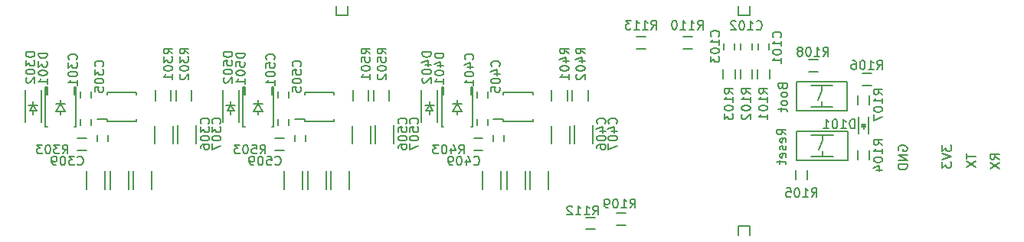
<source format=gbr>
G04 #@! TF.FileFunction,Legend,Bot*
%FSLAX46Y46*%
G04 Gerber Fmt 4.6, Leading zero omitted, Abs format (unit mm)*
G04 Created by KiCad (PCBNEW 4.0.0-rc1-stable) date 2/20/2017 10:27:06 PM*
%MOMM*%
G01*
G04 APERTURE LIST*
%ADD10C,0.100000*%
%ADD11C,0.177800*%
%ADD12C,0.200000*%
%ADD13C,0.150000*%
%ADD14C,0.127000*%
G04 APERTURE END LIST*
D10*
D11*
X177421419Y-105862967D02*
X176937610Y-105524301D01*
X177421419Y-105282396D02*
X176405419Y-105282396D01*
X176405419Y-105669443D01*
X176453800Y-105766205D01*
X176502181Y-105814586D01*
X176598943Y-105862967D01*
X176744086Y-105862967D01*
X176840848Y-105814586D01*
X176889229Y-105766205D01*
X176937610Y-105669443D01*
X176937610Y-105282396D01*
X176405419Y-106201634D02*
X177421419Y-106878967D01*
X176405419Y-106878967D02*
X177421419Y-106201634D01*
X173827319Y-105258205D02*
X173827319Y-105838776D01*
X174843319Y-105548491D02*
X173827319Y-105548491D01*
X173827319Y-106080681D02*
X174843319Y-106758014D01*
X173827319Y-106758014D02*
X174843319Y-106080681D01*
X171134919Y-104329896D02*
X171134919Y-104958848D01*
X171521967Y-104620182D01*
X171521967Y-104765324D01*
X171570348Y-104862086D01*
X171618729Y-104910467D01*
X171715490Y-104958848D01*
X171957395Y-104958848D01*
X172054157Y-104910467D01*
X172102538Y-104862086D01*
X172150919Y-104765324D01*
X172150919Y-104475039D01*
X172102538Y-104378277D01*
X172054157Y-104329896D01*
X171134919Y-105249134D02*
X172150919Y-105587801D01*
X171134919Y-105926467D01*
X171134919Y-106168372D02*
X171134919Y-106797324D01*
X171521967Y-106458658D01*
X171521967Y-106603800D01*
X171570348Y-106700562D01*
X171618729Y-106748943D01*
X171715490Y-106797324D01*
X171957395Y-106797324D01*
X172054157Y-106748943D01*
X172102538Y-106700562D01*
X172150919Y-106603800D01*
X172150919Y-106313515D01*
X172102538Y-106216753D01*
X172054157Y-106168372D01*
X166293800Y-104889905D02*
X166245419Y-104793143D01*
X166245419Y-104648000D01*
X166293800Y-104502858D01*
X166390562Y-104406096D01*
X166487324Y-104357715D01*
X166680848Y-104309334D01*
X166825990Y-104309334D01*
X167019514Y-104357715D01*
X167116276Y-104406096D01*
X167213038Y-104502858D01*
X167261419Y-104648000D01*
X167261419Y-104744762D01*
X167213038Y-104889905D01*
X167164657Y-104938286D01*
X166825990Y-104938286D01*
X166825990Y-104744762D01*
X167261419Y-105373715D02*
X166245419Y-105373715D01*
X167261419Y-105954286D01*
X166245419Y-105954286D01*
X167261419Y-106438096D02*
X166245419Y-106438096D01*
X166245419Y-106680001D01*
X166293800Y-106825143D01*
X166390562Y-106921905D01*
X166487324Y-106970286D01*
X166680848Y-107018667D01*
X166825990Y-107018667D01*
X167019514Y-106970286D01*
X167116276Y-106921905D01*
X167213038Y-106825143D01*
X167261419Y-106680001D01*
X167261419Y-106438096D01*
X153470429Y-97796048D02*
X153518810Y-97941191D01*
X153567190Y-97989572D01*
X153663952Y-98037953D01*
X153809095Y-98037953D01*
X153905857Y-97989572D01*
X153954238Y-97941191D01*
X154002619Y-97844429D01*
X154002619Y-97457382D01*
X152986619Y-97457382D01*
X152986619Y-97796048D01*
X153035000Y-97892810D01*
X153083381Y-97941191D01*
X153180143Y-97989572D01*
X153276905Y-97989572D01*
X153373667Y-97941191D01*
X153422048Y-97892810D01*
X153470429Y-97796048D01*
X153470429Y-97457382D01*
X154002619Y-98618525D02*
X153954238Y-98521763D01*
X153905857Y-98473382D01*
X153809095Y-98425001D01*
X153518810Y-98425001D01*
X153422048Y-98473382D01*
X153373667Y-98521763D01*
X153325286Y-98618525D01*
X153325286Y-98763667D01*
X153373667Y-98860429D01*
X153422048Y-98908810D01*
X153518810Y-98957191D01*
X153809095Y-98957191D01*
X153905857Y-98908810D01*
X153954238Y-98860429D01*
X154002619Y-98763667D01*
X154002619Y-98618525D01*
X154002619Y-99537763D02*
X153954238Y-99441001D01*
X153905857Y-99392620D01*
X153809095Y-99344239D01*
X153518810Y-99344239D01*
X153422048Y-99392620D01*
X153373667Y-99441001D01*
X153325286Y-99537763D01*
X153325286Y-99682905D01*
X153373667Y-99779667D01*
X153422048Y-99828048D01*
X153518810Y-99876429D01*
X153809095Y-99876429D01*
X153905857Y-99828048D01*
X153954238Y-99779667D01*
X154002619Y-99682905D01*
X154002619Y-99537763D01*
X153325286Y-100166715D02*
X153325286Y-100553763D01*
X152986619Y-100311858D02*
X153857476Y-100311858D01*
X153954238Y-100360239D01*
X154002619Y-100457001D01*
X154002619Y-100553763D01*
X153875619Y-103136096D02*
X153391810Y-102797430D01*
X153875619Y-102555525D02*
X152859619Y-102555525D01*
X152859619Y-102942572D01*
X152908000Y-103039334D01*
X152956381Y-103087715D01*
X153053143Y-103136096D01*
X153198286Y-103136096D01*
X153295048Y-103087715D01*
X153343429Y-103039334D01*
X153391810Y-102942572D01*
X153391810Y-102555525D01*
X153827238Y-103958572D02*
X153875619Y-103861810D01*
X153875619Y-103668287D01*
X153827238Y-103571525D01*
X153730476Y-103523144D01*
X153343429Y-103523144D01*
X153246667Y-103571525D01*
X153198286Y-103668287D01*
X153198286Y-103861810D01*
X153246667Y-103958572D01*
X153343429Y-104006953D01*
X153440190Y-104006953D01*
X153536952Y-103523144D01*
X153827238Y-104394001D02*
X153875619Y-104490763D01*
X153875619Y-104684287D01*
X153827238Y-104781048D01*
X153730476Y-104829429D01*
X153682095Y-104829429D01*
X153585333Y-104781048D01*
X153536952Y-104684287D01*
X153536952Y-104539144D01*
X153488571Y-104442382D01*
X153391810Y-104394001D01*
X153343429Y-104394001D01*
X153246667Y-104442382D01*
X153198286Y-104539144D01*
X153198286Y-104684287D01*
X153246667Y-104781048D01*
X153827238Y-105651905D02*
X153875619Y-105555143D01*
X153875619Y-105361620D01*
X153827238Y-105264858D01*
X153730476Y-105216477D01*
X153343429Y-105216477D01*
X153246667Y-105264858D01*
X153198286Y-105361620D01*
X153198286Y-105555143D01*
X153246667Y-105651905D01*
X153343429Y-105700286D01*
X153440190Y-105700286D01*
X153536952Y-105216477D01*
X153198286Y-105990572D02*
X153198286Y-106377620D01*
X152859619Y-106135715D02*
X153730476Y-106135715D01*
X153827238Y-106184096D01*
X153875619Y-106280858D01*
X153875619Y-106377620D01*
D12*
X105410000Y-88900000D02*
X105410000Y-89916000D01*
X105410000Y-89916000D02*
X104140000Y-89916000D01*
X104140000Y-89916000D02*
X104140000Y-88900000D01*
X149860000Y-89916000D02*
X149860000Y-88900000D01*
X148590000Y-89916000D02*
X149860000Y-89916000D01*
X148590000Y-88900000D02*
X148590000Y-89916000D01*
X149860000Y-113284000D02*
X149860000Y-114300000D01*
X148590000Y-113284000D02*
X149860000Y-113284000D01*
X148590000Y-114300000D02*
X148590000Y-113284000D01*
D13*
X108477938Y-104125958D02*
X108477938Y-102125958D01*
X110527938Y-102125958D02*
X110527938Y-104125958D01*
X105960938Y-98207958D02*
X105960938Y-99407958D01*
X107710938Y-99407958D02*
X107710938Y-98207958D01*
X100638938Y-101702958D02*
X100638938Y-101427958D01*
X103888938Y-101702958D02*
X103888938Y-101427958D01*
X103888938Y-98452958D02*
X103888938Y-98727958D01*
X100638938Y-98452958D02*
X100638938Y-98727958D01*
X100638938Y-101702958D02*
X103888938Y-101702958D01*
X100638938Y-98452958D02*
X103888938Y-98452958D01*
X100638938Y-101427958D02*
X99563938Y-101427958D01*
X108246938Y-98207958D02*
X108246938Y-99407958D01*
X109996938Y-99407958D02*
X109996938Y-98207958D01*
X105937938Y-104149958D02*
X105937938Y-102149958D01*
X107987938Y-102149958D02*
X107987938Y-104149958D01*
X105609500Y-107165204D02*
X105609500Y-109165204D01*
X103559500Y-109165204D02*
X103559500Y-107165204D01*
X100402500Y-107165204D02*
X100402500Y-109165204D01*
X98352500Y-109165204D02*
X98352500Y-107165204D01*
X103069500Y-107165204D02*
X103069500Y-109165204D01*
X101019500Y-109165204D02*
X101019500Y-107165204D01*
X99539500Y-103167704D02*
X99539500Y-103867704D01*
X100739500Y-103867704D02*
X100739500Y-103167704D01*
X97365500Y-104839704D02*
X98365500Y-104839704D01*
X98365500Y-103489704D02*
X97365500Y-103489704D01*
X97726938Y-98330958D02*
X97726938Y-99030958D01*
X98926938Y-99030958D02*
X98926938Y-98330958D01*
X95532938Y-100577958D02*
X95532938Y-100877958D01*
X95532938Y-99677958D02*
X96032938Y-99677958D01*
X95532938Y-99677958D02*
X95032938Y-99677958D01*
X96032938Y-100577958D02*
X95532938Y-99677958D01*
X95032938Y-100577958D02*
X96032938Y-100577958D01*
X95532938Y-99677958D02*
X95032938Y-100577958D01*
X95532938Y-99277958D02*
X95532938Y-99677958D01*
X97132938Y-98677958D02*
X97132938Y-97877958D01*
X97032938Y-98677958D02*
X97132938Y-98677958D01*
X97032938Y-97877958D02*
X97032938Y-98677958D01*
X93932938Y-98677958D02*
X93932938Y-97877958D01*
X94032938Y-98677958D02*
X93932938Y-98677958D01*
X94032938Y-97877958D02*
X94032938Y-98677958D01*
X97232938Y-97877958D02*
X97032938Y-97877958D01*
X97232938Y-102277958D02*
X97032938Y-102277958D01*
X97232938Y-97877958D02*
X97232938Y-102277958D01*
X93832938Y-102277958D02*
X94032938Y-102277958D01*
X93832938Y-97877958D02*
X94032938Y-97877958D01*
X93832938Y-102277958D02*
X93832938Y-97877958D01*
X98926938Y-102078958D02*
X98926938Y-101378958D01*
X97726938Y-101378958D02*
X97726938Y-102078958D01*
X92484938Y-100506458D02*
X92484938Y-100887458D01*
X92484938Y-99490458D02*
X92484938Y-99871458D01*
X92484938Y-99871458D02*
X92103938Y-100506458D01*
X92103938Y-100506458D02*
X92865938Y-100506458D01*
X92865938Y-100506458D02*
X92484938Y-99871458D01*
X91976938Y-99871458D02*
X92992938Y-99871458D01*
X93384938Y-98188958D02*
X93384938Y-101728958D01*
X91584938Y-98188958D02*
X91584938Y-101728958D01*
X122609938Y-101702958D02*
X122609938Y-101427958D01*
X125859938Y-101702958D02*
X125859938Y-101427958D01*
X125859938Y-98452958D02*
X125859938Y-98727958D01*
X122609938Y-98452958D02*
X122609938Y-98727958D01*
X122609938Y-101702958D02*
X125859938Y-101702958D01*
X122609938Y-98452958D02*
X125859938Y-98452958D01*
X122609938Y-101427958D02*
X121534938Y-101427958D01*
X120897938Y-102078958D02*
X120897938Y-101378958D01*
X119697938Y-101378958D02*
X119697938Y-102078958D01*
X117503938Y-100577958D02*
X117503938Y-100877958D01*
X117503938Y-99677958D02*
X118003938Y-99677958D01*
X117503938Y-99677958D02*
X117003938Y-99677958D01*
X118003938Y-100577958D02*
X117503938Y-99677958D01*
X117003938Y-100577958D02*
X118003938Y-100577958D01*
X117503938Y-99677958D02*
X117003938Y-100577958D01*
X117503938Y-99277958D02*
X117503938Y-99677958D01*
X119103938Y-98677958D02*
X119103938Y-97877958D01*
X119003938Y-98677958D02*
X119103938Y-98677958D01*
X119003938Y-97877958D02*
X119003938Y-98677958D01*
X115903938Y-98677958D02*
X115903938Y-97877958D01*
X116003938Y-98677958D02*
X115903938Y-98677958D01*
X116003938Y-97877958D02*
X116003938Y-98677958D01*
X119203938Y-97877958D02*
X119003938Y-97877958D01*
X119203938Y-102277958D02*
X119003938Y-102277958D01*
X119203938Y-97877958D02*
X119203938Y-102277958D01*
X115803938Y-102277958D02*
X116003938Y-102277958D01*
X115803938Y-97877958D02*
X116003938Y-97877958D01*
X115803938Y-102277958D02*
X115803938Y-97877958D01*
X119697938Y-98330958D02*
X119697938Y-99030958D01*
X120897938Y-99030958D02*
X120897938Y-98330958D01*
X114455938Y-100506458D02*
X114455938Y-100887458D01*
X114455938Y-99490458D02*
X114455938Y-99871458D01*
X114455938Y-99871458D02*
X114074938Y-100506458D01*
X114074938Y-100506458D02*
X114836938Y-100506458D01*
X114836938Y-100506458D02*
X114455938Y-99871458D01*
X113947938Y-99871458D02*
X114963938Y-99871458D01*
X115355938Y-98188958D02*
X115355938Y-101728958D01*
X113555938Y-98188958D02*
X113555938Y-101728958D01*
X119336500Y-104839704D02*
X120336500Y-104839704D01*
X120336500Y-103489704D02*
X119336500Y-103489704D01*
X127580500Y-107165204D02*
X127580500Y-109165204D01*
X125530500Y-109165204D02*
X125530500Y-107165204D01*
X125040500Y-107165204D02*
X125040500Y-109165204D01*
X122990500Y-109165204D02*
X122990500Y-107165204D01*
X122373500Y-107165204D02*
X122373500Y-109165204D01*
X120323500Y-109165204D02*
X120323500Y-107165204D01*
X130217938Y-98207958D02*
X130217938Y-99407958D01*
X131967938Y-99407958D02*
X131967938Y-98207958D01*
X127908938Y-104149958D02*
X127908938Y-102149958D01*
X129958938Y-102149958D02*
X129958938Y-104149958D01*
X130448938Y-104125958D02*
X130448938Y-102125958D01*
X132498938Y-102125958D02*
X132498938Y-104125958D01*
X127931938Y-98207958D02*
X127931938Y-99407958D01*
X129681938Y-99407958D02*
X129681938Y-98207958D01*
X121510500Y-103167704D02*
X121510500Y-103867704D01*
X122710500Y-103867704D02*
X122710500Y-103167704D01*
X84093938Y-104149958D02*
X84093938Y-102149958D01*
X86143938Y-102149958D02*
X86143938Y-104149958D01*
X78794938Y-101702958D02*
X78794938Y-101427958D01*
X82044938Y-101702958D02*
X82044938Y-101427958D01*
X82044938Y-98452958D02*
X82044938Y-98727958D01*
X78794938Y-98452958D02*
X78794938Y-98727958D01*
X78794938Y-101702958D02*
X82044938Y-101702958D01*
X78794938Y-98452958D02*
X82044938Y-98452958D01*
X78794938Y-101427958D02*
X77719938Y-101427958D01*
X84116938Y-98207958D02*
X84116938Y-99407958D01*
X85866938Y-99407958D02*
X85866938Y-98207958D01*
X86402938Y-98207958D02*
X86402938Y-99407958D01*
X88152938Y-99407958D02*
X88152938Y-98207958D01*
X77695500Y-103167704D02*
X77695500Y-103867704D01*
X78895500Y-103867704D02*
X78895500Y-103167704D01*
X86633938Y-104125958D02*
X86633938Y-102125958D01*
X88683938Y-102125958D02*
X88683938Y-104125958D01*
X75882938Y-98330958D02*
X75882938Y-99030958D01*
X77082938Y-99030958D02*
X77082938Y-98330958D01*
X75521500Y-104839704D02*
X76521500Y-104839704D01*
X76521500Y-103489704D02*
X75521500Y-103489704D01*
X70640938Y-100506458D02*
X70640938Y-100887458D01*
X70640938Y-99490458D02*
X70640938Y-99871458D01*
X70640938Y-99871458D02*
X70259938Y-100506458D01*
X70259938Y-100506458D02*
X71021938Y-100506458D01*
X71021938Y-100506458D02*
X70640938Y-99871458D01*
X70132938Y-99871458D02*
X71148938Y-99871458D01*
X71540938Y-98188958D02*
X71540938Y-101728958D01*
X69740938Y-98188958D02*
X69740938Y-101728958D01*
X73688938Y-100577958D02*
X73688938Y-100877958D01*
X73688938Y-99677958D02*
X74188938Y-99677958D01*
X73688938Y-99677958D02*
X73188938Y-99677958D01*
X74188938Y-100577958D02*
X73688938Y-99677958D01*
X73188938Y-100577958D02*
X74188938Y-100577958D01*
X73688938Y-99677958D02*
X73188938Y-100577958D01*
X73688938Y-99277958D02*
X73688938Y-99677958D01*
X75288938Y-98677958D02*
X75288938Y-97877958D01*
X75188938Y-98677958D02*
X75288938Y-98677958D01*
X75188938Y-97877958D02*
X75188938Y-98677958D01*
X72088938Y-98677958D02*
X72088938Y-97877958D01*
X72188938Y-98677958D02*
X72088938Y-98677958D01*
X72188938Y-97877958D02*
X72188938Y-98677958D01*
X75388938Y-97877958D02*
X75188938Y-97877958D01*
X75388938Y-102277958D02*
X75188938Y-102277958D01*
X75388938Y-97877958D02*
X75388938Y-102277958D01*
X71988938Y-102277958D02*
X72188938Y-102277958D01*
X71988938Y-97877958D02*
X72188938Y-97877958D01*
X71988938Y-102277958D02*
X71988938Y-97877958D01*
X77082938Y-102078958D02*
X77082938Y-101378958D01*
X75882938Y-101378958D02*
X75882938Y-102078958D01*
X81225500Y-107165204D02*
X81225500Y-109165204D01*
X79175500Y-109165204D02*
X79175500Y-107165204D01*
X83765500Y-107165204D02*
X83765500Y-109165204D01*
X81715500Y-109165204D02*
X81715500Y-107165204D01*
X78558500Y-107165204D02*
X78558500Y-109165204D01*
X76508500Y-109165204D02*
X76508500Y-107165204D01*
X151984000Y-93695000D02*
X151984000Y-92995000D01*
X150784000Y-92995000D02*
X150784000Y-93695000D01*
X150079000Y-93695000D02*
X150079000Y-92995000D01*
X148879000Y-92995000D02*
X148879000Y-93695000D01*
X148174000Y-93707000D02*
X148174000Y-93007000D01*
X146974000Y-93007000D02*
X146974000Y-93707000D01*
X162983000Y-101135000D02*
X162983000Y-103035000D01*
X161883000Y-101135000D02*
X161883000Y-103035000D01*
X162433000Y-102035000D02*
X162433000Y-102485000D01*
X162183000Y-101985000D02*
X162683000Y-101985000D01*
X162433000Y-101985000D02*
X162183000Y-102235000D01*
X162183000Y-102235000D02*
X162683000Y-102235000D01*
X162683000Y-102235000D02*
X162433000Y-101985000D01*
X152059000Y-96893000D02*
X152059000Y-95893000D01*
X150709000Y-95893000D02*
X150709000Y-96893000D01*
X150154000Y-96905000D02*
X150154000Y-95905000D01*
X148804000Y-95905000D02*
X148804000Y-96905000D01*
X148249000Y-96893000D02*
X148249000Y-95893000D01*
X146899000Y-95893000D02*
X146899000Y-96893000D01*
X163108000Y-105910000D02*
X163108000Y-104910000D01*
X161758000Y-104910000D02*
X161758000Y-105910000D01*
X154900000Y-107057000D02*
X154900000Y-108057000D01*
X156250000Y-108057000D02*
X156250000Y-107057000D01*
X163314000Y-96353000D02*
X162314000Y-96353000D01*
X162314000Y-97703000D02*
X163314000Y-97703000D01*
X163108000Y-99814000D02*
X163108000Y-98814000D01*
X161758000Y-98814000D02*
X161758000Y-99814000D01*
X156357000Y-96179000D02*
X157357000Y-96179000D01*
X157357000Y-94829000D02*
X156357000Y-94829000D01*
D14*
X155021280Y-100472240D02*
X160619440Y-100472240D01*
X160619440Y-100472240D02*
X160619440Y-97276920D01*
X160619440Y-97276920D02*
X155021280Y-97276920D01*
X155021280Y-97276920D02*
X155021280Y-100472240D01*
X156621480Y-100073460D02*
X157820360Y-100073460D01*
X157820360Y-100073460D02*
X159019240Y-100073460D01*
X156621480Y-97675700D02*
X157820360Y-97675700D01*
X157820360Y-97675700D02*
X159019240Y-97675700D01*
X157820360Y-97675700D02*
X157820360Y-98275140D01*
X157820360Y-100073460D02*
X157820360Y-99474020D01*
X157820360Y-98275140D02*
X157421580Y-99273360D01*
X155061920Y-105991660D02*
X160660080Y-105991660D01*
X160660080Y-105991660D02*
X160660080Y-102796340D01*
X160660080Y-102796340D02*
X155061920Y-102796340D01*
X155061920Y-102796340D02*
X155061920Y-105991660D01*
X156662120Y-105592880D02*
X157861000Y-105592880D01*
X157861000Y-105592880D02*
X159059880Y-105592880D01*
X156662120Y-103195120D02*
X157861000Y-103195120D01*
X157861000Y-103195120D02*
X159059880Y-103195120D01*
X157861000Y-103195120D02*
X157861000Y-103794560D01*
X157861000Y-105592880D02*
X157861000Y-104993440D01*
X157861000Y-103794560D02*
X157462220Y-104792780D01*
D13*
X135148700Y-113184300D02*
X136148700Y-113184300D01*
X136148700Y-111834300D02*
X135148700Y-111834300D01*
X142476600Y-93588200D02*
X143476600Y-93588200D01*
X143476600Y-92238200D02*
X142476600Y-92238200D01*
X132757800Y-112291500D02*
X131757800Y-112291500D01*
X131757800Y-113641500D02*
X132757800Y-113641500D01*
X137345800Y-93588200D02*
X138345800Y-93588200D01*
X138345800Y-92238200D02*
X137345800Y-92238200D01*
X113133143Y-101902657D02*
X113180762Y-101855038D01*
X113228381Y-101712181D01*
X113228381Y-101616943D01*
X113180762Y-101474085D01*
X113085524Y-101378847D01*
X112990286Y-101331228D01*
X112799810Y-101283609D01*
X112656952Y-101283609D01*
X112466476Y-101331228D01*
X112371238Y-101378847D01*
X112276000Y-101474085D01*
X112228381Y-101616943D01*
X112228381Y-101712181D01*
X112276000Y-101855038D01*
X112323619Y-101902657D01*
X112228381Y-102807419D02*
X112228381Y-102331228D01*
X112704571Y-102283609D01*
X112656952Y-102331228D01*
X112609333Y-102426466D01*
X112609333Y-102664562D01*
X112656952Y-102759800D01*
X112704571Y-102807419D01*
X112799810Y-102855038D01*
X113037905Y-102855038D01*
X113133143Y-102807419D01*
X113180762Y-102759800D01*
X113228381Y-102664562D01*
X113228381Y-102426466D01*
X113180762Y-102331228D01*
X113133143Y-102283609D01*
X112228381Y-103474085D02*
X112228381Y-103569324D01*
X112276000Y-103664562D01*
X112323619Y-103712181D01*
X112418857Y-103759800D01*
X112609333Y-103807419D01*
X112847429Y-103807419D01*
X113037905Y-103759800D01*
X113133143Y-103712181D01*
X113180762Y-103664562D01*
X113228381Y-103569324D01*
X113228381Y-103474085D01*
X113180762Y-103378847D01*
X113133143Y-103331228D01*
X113037905Y-103283609D01*
X112847429Y-103235990D01*
X112609333Y-103235990D01*
X112418857Y-103283609D01*
X112323619Y-103331228D01*
X112276000Y-103378847D01*
X112228381Y-103474085D01*
X112228381Y-104140752D02*
X112228381Y-104807419D01*
X113228381Y-104378847D01*
X107894381Y-94155657D02*
X107418190Y-93822323D01*
X107894381Y-93584228D02*
X106894381Y-93584228D01*
X106894381Y-93965181D01*
X106942000Y-94060419D01*
X106989619Y-94108038D01*
X107084857Y-94155657D01*
X107227714Y-94155657D01*
X107322952Y-94108038D01*
X107370571Y-94060419D01*
X107418190Y-93965181D01*
X107418190Y-93584228D01*
X106894381Y-95060419D02*
X106894381Y-94584228D01*
X107370571Y-94536609D01*
X107322952Y-94584228D01*
X107275333Y-94679466D01*
X107275333Y-94917562D01*
X107322952Y-95012800D01*
X107370571Y-95060419D01*
X107465810Y-95108038D01*
X107703905Y-95108038D01*
X107799143Y-95060419D01*
X107846762Y-95012800D01*
X107894381Y-94917562D01*
X107894381Y-94679466D01*
X107846762Y-94584228D01*
X107799143Y-94536609D01*
X106894381Y-95727085D02*
X106894381Y-95822324D01*
X106942000Y-95917562D01*
X106989619Y-95965181D01*
X107084857Y-96012800D01*
X107275333Y-96060419D01*
X107513429Y-96060419D01*
X107703905Y-96012800D01*
X107799143Y-95965181D01*
X107846762Y-95917562D01*
X107894381Y-95822324D01*
X107894381Y-95727085D01*
X107846762Y-95631847D01*
X107799143Y-95584228D01*
X107703905Y-95536609D01*
X107513429Y-95488990D01*
X107275333Y-95488990D01*
X107084857Y-95536609D01*
X106989619Y-95584228D01*
X106942000Y-95631847D01*
X106894381Y-95727085D01*
X107894381Y-97012800D02*
X107894381Y-96441371D01*
X107894381Y-96727085D02*
X106894381Y-96727085D01*
X107037238Y-96631847D01*
X107132476Y-96536609D01*
X107180095Y-96441371D01*
X109672381Y-94155657D02*
X109196190Y-93822323D01*
X109672381Y-93584228D02*
X108672381Y-93584228D01*
X108672381Y-93965181D01*
X108720000Y-94060419D01*
X108767619Y-94108038D01*
X108862857Y-94155657D01*
X109005714Y-94155657D01*
X109100952Y-94108038D01*
X109148571Y-94060419D01*
X109196190Y-93965181D01*
X109196190Y-93584228D01*
X108672381Y-95060419D02*
X108672381Y-94584228D01*
X109148571Y-94536609D01*
X109100952Y-94584228D01*
X109053333Y-94679466D01*
X109053333Y-94917562D01*
X109100952Y-95012800D01*
X109148571Y-95060419D01*
X109243810Y-95108038D01*
X109481905Y-95108038D01*
X109577143Y-95060419D01*
X109624762Y-95012800D01*
X109672381Y-94917562D01*
X109672381Y-94679466D01*
X109624762Y-94584228D01*
X109577143Y-94536609D01*
X108672381Y-95727085D02*
X108672381Y-95822324D01*
X108720000Y-95917562D01*
X108767619Y-95965181D01*
X108862857Y-96012800D01*
X109053333Y-96060419D01*
X109291429Y-96060419D01*
X109481905Y-96012800D01*
X109577143Y-95965181D01*
X109624762Y-95917562D01*
X109672381Y-95822324D01*
X109672381Y-95727085D01*
X109624762Y-95631847D01*
X109577143Y-95584228D01*
X109481905Y-95536609D01*
X109291429Y-95488990D01*
X109053333Y-95488990D01*
X108862857Y-95536609D01*
X108767619Y-95584228D01*
X108720000Y-95631847D01*
X108672381Y-95727085D01*
X108767619Y-96441371D02*
X108720000Y-96488990D01*
X108672381Y-96584228D01*
X108672381Y-96822324D01*
X108720000Y-96917562D01*
X108767619Y-96965181D01*
X108862857Y-97012800D01*
X108958095Y-97012800D01*
X109100952Y-96965181D01*
X109672381Y-96393752D01*
X109672381Y-97012800D01*
X111863143Y-101902657D02*
X111910762Y-101855038D01*
X111958381Y-101712181D01*
X111958381Y-101616943D01*
X111910762Y-101474085D01*
X111815524Y-101378847D01*
X111720286Y-101331228D01*
X111529810Y-101283609D01*
X111386952Y-101283609D01*
X111196476Y-101331228D01*
X111101238Y-101378847D01*
X111006000Y-101474085D01*
X110958381Y-101616943D01*
X110958381Y-101712181D01*
X111006000Y-101855038D01*
X111053619Y-101902657D01*
X110958381Y-102807419D02*
X110958381Y-102331228D01*
X111434571Y-102283609D01*
X111386952Y-102331228D01*
X111339333Y-102426466D01*
X111339333Y-102664562D01*
X111386952Y-102759800D01*
X111434571Y-102807419D01*
X111529810Y-102855038D01*
X111767905Y-102855038D01*
X111863143Y-102807419D01*
X111910762Y-102759800D01*
X111958381Y-102664562D01*
X111958381Y-102426466D01*
X111910762Y-102331228D01*
X111863143Y-102283609D01*
X110958381Y-103474085D02*
X110958381Y-103569324D01*
X111006000Y-103664562D01*
X111053619Y-103712181D01*
X111148857Y-103759800D01*
X111339333Y-103807419D01*
X111577429Y-103807419D01*
X111767905Y-103759800D01*
X111863143Y-103712181D01*
X111910762Y-103664562D01*
X111958381Y-103569324D01*
X111958381Y-103474085D01*
X111910762Y-103378847D01*
X111863143Y-103331228D01*
X111767905Y-103283609D01*
X111577429Y-103235990D01*
X111339333Y-103235990D01*
X111148857Y-103283609D01*
X111053619Y-103331228D01*
X111006000Y-103378847D01*
X110958381Y-103474085D01*
X110958381Y-104664562D02*
X110958381Y-104474085D01*
X111006000Y-104378847D01*
X111053619Y-104331228D01*
X111196476Y-104235990D01*
X111386952Y-104188371D01*
X111767905Y-104188371D01*
X111863143Y-104235990D01*
X111910762Y-104283609D01*
X111958381Y-104378847D01*
X111958381Y-104569324D01*
X111910762Y-104664562D01*
X111863143Y-104712181D01*
X111767905Y-104759800D01*
X111529810Y-104759800D01*
X111434571Y-104712181D01*
X111386952Y-104664562D01*
X111339333Y-104569324D01*
X111339333Y-104378847D01*
X111386952Y-104283609D01*
X111434571Y-104235990D01*
X111529810Y-104188371D01*
X97385047Y-106426847D02*
X97432666Y-106474466D01*
X97575523Y-106522085D01*
X97670761Y-106522085D01*
X97813619Y-106474466D01*
X97908857Y-106379228D01*
X97956476Y-106283990D01*
X98004095Y-106093514D01*
X98004095Y-105950656D01*
X97956476Y-105760180D01*
X97908857Y-105664942D01*
X97813619Y-105569704D01*
X97670761Y-105522085D01*
X97575523Y-105522085D01*
X97432666Y-105569704D01*
X97385047Y-105617323D01*
X96480285Y-105522085D02*
X96956476Y-105522085D01*
X97004095Y-105998275D01*
X96956476Y-105950656D01*
X96861238Y-105903037D01*
X96623142Y-105903037D01*
X96527904Y-105950656D01*
X96480285Y-105998275D01*
X96432666Y-106093514D01*
X96432666Y-106331609D01*
X96480285Y-106426847D01*
X96527904Y-106474466D01*
X96623142Y-106522085D01*
X96861238Y-106522085D01*
X96956476Y-106474466D01*
X97004095Y-106426847D01*
X95813619Y-105522085D02*
X95718380Y-105522085D01*
X95623142Y-105569704D01*
X95575523Y-105617323D01*
X95527904Y-105712561D01*
X95480285Y-105903037D01*
X95480285Y-106141133D01*
X95527904Y-106331609D01*
X95575523Y-106426847D01*
X95623142Y-106474466D01*
X95718380Y-106522085D01*
X95813619Y-106522085D01*
X95908857Y-106474466D01*
X95956476Y-106426847D01*
X96004095Y-106331609D01*
X96051714Y-106141133D01*
X96051714Y-105903037D01*
X96004095Y-105712561D01*
X95956476Y-105617323D01*
X95908857Y-105569704D01*
X95813619Y-105522085D01*
X95004095Y-106522085D02*
X94813619Y-106522085D01*
X94718380Y-106474466D01*
X94670761Y-106426847D01*
X94575523Y-106283990D01*
X94527904Y-106093514D01*
X94527904Y-105712561D01*
X94575523Y-105617323D01*
X94623142Y-105569704D01*
X94718380Y-105522085D01*
X94908857Y-105522085D01*
X95004095Y-105569704D01*
X95051714Y-105617323D01*
X95099333Y-105712561D01*
X95099333Y-105950656D01*
X95051714Y-106045894D01*
X95004095Y-106093514D01*
X94908857Y-106141133D01*
X94718380Y-106141133D01*
X94623142Y-106093514D01*
X94575523Y-106045894D01*
X94527904Y-105950656D01*
X95734047Y-105252085D02*
X96067381Y-104775894D01*
X96305476Y-105252085D02*
X96305476Y-104252085D01*
X95924523Y-104252085D01*
X95829285Y-104299704D01*
X95781666Y-104347323D01*
X95734047Y-104442561D01*
X95734047Y-104585418D01*
X95781666Y-104680656D01*
X95829285Y-104728275D01*
X95924523Y-104775894D01*
X96305476Y-104775894D01*
X94829285Y-104252085D02*
X95305476Y-104252085D01*
X95353095Y-104728275D01*
X95305476Y-104680656D01*
X95210238Y-104633037D01*
X94972142Y-104633037D01*
X94876904Y-104680656D01*
X94829285Y-104728275D01*
X94781666Y-104823514D01*
X94781666Y-105061609D01*
X94829285Y-105156847D01*
X94876904Y-105204466D01*
X94972142Y-105252085D01*
X95210238Y-105252085D01*
X95305476Y-105204466D01*
X95353095Y-105156847D01*
X94162619Y-104252085D02*
X94067380Y-104252085D01*
X93972142Y-104299704D01*
X93924523Y-104347323D01*
X93876904Y-104442561D01*
X93829285Y-104633037D01*
X93829285Y-104871133D01*
X93876904Y-105061609D01*
X93924523Y-105156847D01*
X93972142Y-105204466D01*
X94067380Y-105252085D01*
X94162619Y-105252085D01*
X94257857Y-105204466D01*
X94305476Y-105156847D01*
X94353095Y-105061609D01*
X94400714Y-104871133D01*
X94400714Y-104633037D01*
X94353095Y-104442561D01*
X94305476Y-104347323D01*
X94257857Y-104299704D01*
X94162619Y-104252085D01*
X93495952Y-104252085D02*
X92876904Y-104252085D01*
X93210238Y-104633037D01*
X93067380Y-104633037D01*
X92972142Y-104680656D01*
X92924523Y-104728275D01*
X92876904Y-104823514D01*
X92876904Y-105061609D01*
X92924523Y-105156847D01*
X92972142Y-105204466D01*
X93067380Y-105252085D01*
X93353095Y-105252085D01*
X93448333Y-105204466D01*
X93495952Y-105156847D01*
X97258143Y-94790657D02*
X97305762Y-94743038D01*
X97353381Y-94600181D01*
X97353381Y-94504943D01*
X97305762Y-94362085D01*
X97210524Y-94266847D01*
X97115286Y-94219228D01*
X96924810Y-94171609D01*
X96781952Y-94171609D01*
X96591476Y-94219228D01*
X96496238Y-94266847D01*
X96401000Y-94362085D01*
X96353381Y-94504943D01*
X96353381Y-94600181D01*
X96401000Y-94743038D01*
X96448619Y-94790657D01*
X96353381Y-95695419D02*
X96353381Y-95219228D01*
X96829571Y-95171609D01*
X96781952Y-95219228D01*
X96734333Y-95314466D01*
X96734333Y-95552562D01*
X96781952Y-95647800D01*
X96829571Y-95695419D01*
X96924810Y-95743038D01*
X97162905Y-95743038D01*
X97258143Y-95695419D01*
X97305762Y-95647800D01*
X97353381Y-95552562D01*
X97353381Y-95314466D01*
X97305762Y-95219228D01*
X97258143Y-95171609D01*
X96353381Y-96362085D02*
X96353381Y-96457324D01*
X96401000Y-96552562D01*
X96448619Y-96600181D01*
X96543857Y-96647800D01*
X96734333Y-96695419D01*
X96972429Y-96695419D01*
X97162905Y-96647800D01*
X97258143Y-96600181D01*
X97305762Y-96552562D01*
X97353381Y-96457324D01*
X97353381Y-96362085D01*
X97305762Y-96266847D01*
X97258143Y-96219228D01*
X97162905Y-96171609D01*
X96972429Y-96123990D01*
X96734333Y-96123990D01*
X96543857Y-96171609D01*
X96448619Y-96219228D01*
X96401000Y-96266847D01*
X96353381Y-96362085D01*
X97353381Y-97647800D02*
X97353381Y-97076371D01*
X97353381Y-97362085D02*
X96353381Y-97362085D01*
X96496238Y-97266847D01*
X96591476Y-97171609D01*
X96639095Y-97076371D01*
X94051381Y-94092228D02*
X93051381Y-94092228D01*
X93051381Y-94330323D01*
X93099000Y-94473181D01*
X93194238Y-94568419D01*
X93289476Y-94616038D01*
X93479952Y-94663657D01*
X93622810Y-94663657D01*
X93813286Y-94616038D01*
X93908524Y-94568419D01*
X94003762Y-94473181D01*
X94051381Y-94330323D01*
X94051381Y-94092228D01*
X93051381Y-95568419D02*
X93051381Y-95092228D01*
X93527571Y-95044609D01*
X93479952Y-95092228D01*
X93432333Y-95187466D01*
X93432333Y-95425562D01*
X93479952Y-95520800D01*
X93527571Y-95568419D01*
X93622810Y-95616038D01*
X93860905Y-95616038D01*
X93956143Y-95568419D01*
X94003762Y-95520800D01*
X94051381Y-95425562D01*
X94051381Y-95187466D01*
X94003762Y-95092228D01*
X93956143Y-95044609D01*
X93051381Y-96235085D02*
X93051381Y-96330324D01*
X93099000Y-96425562D01*
X93146619Y-96473181D01*
X93241857Y-96520800D01*
X93432333Y-96568419D01*
X93670429Y-96568419D01*
X93860905Y-96520800D01*
X93956143Y-96473181D01*
X94003762Y-96425562D01*
X94051381Y-96330324D01*
X94051381Y-96235085D01*
X94003762Y-96139847D01*
X93956143Y-96092228D01*
X93860905Y-96044609D01*
X93670429Y-95996990D01*
X93432333Y-95996990D01*
X93241857Y-96044609D01*
X93146619Y-96092228D01*
X93099000Y-96139847D01*
X93051381Y-96235085D01*
X94051381Y-97520800D02*
X94051381Y-96949371D01*
X94051381Y-97235085D02*
X93051381Y-97235085D01*
X93194238Y-97139847D01*
X93289476Y-97044609D01*
X93337095Y-96949371D01*
X100179143Y-95552657D02*
X100226762Y-95505038D01*
X100274381Y-95362181D01*
X100274381Y-95266943D01*
X100226762Y-95124085D01*
X100131524Y-95028847D01*
X100036286Y-94981228D01*
X99845810Y-94933609D01*
X99702952Y-94933609D01*
X99512476Y-94981228D01*
X99417238Y-95028847D01*
X99322000Y-95124085D01*
X99274381Y-95266943D01*
X99274381Y-95362181D01*
X99322000Y-95505038D01*
X99369619Y-95552657D01*
X99274381Y-96457419D02*
X99274381Y-95981228D01*
X99750571Y-95933609D01*
X99702952Y-95981228D01*
X99655333Y-96076466D01*
X99655333Y-96314562D01*
X99702952Y-96409800D01*
X99750571Y-96457419D01*
X99845810Y-96505038D01*
X100083905Y-96505038D01*
X100179143Y-96457419D01*
X100226762Y-96409800D01*
X100274381Y-96314562D01*
X100274381Y-96076466D01*
X100226762Y-95981228D01*
X100179143Y-95933609D01*
X99274381Y-97124085D02*
X99274381Y-97219324D01*
X99322000Y-97314562D01*
X99369619Y-97362181D01*
X99464857Y-97409800D01*
X99655333Y-97457419D01*
X99893429Y-97457419D01*
X100083905Y-97409800D01*
X100179143Y-97362181D01*
X100226762Y-97314562D01*
X100274381Y-97219324D01*
X100274381Y-97124085D01*
X100226762Y-97028847D01*
X100179143Y-96981228D01*
X100083905Y-96933609D01*
X99893429Y-96885990D01*
X99655333Y-96885990D01*
X99464857Y-96933609D01*
X99369619Y-96981228D01*
X99322000Y-97028847D01*
X99274381Y-97124085D01*
X99274381Y-98362181D02*
X99274381Y-97885990D01*
X99750571Y-97838371D01*
X99702952Y-97885990D01*
X99655333Y-97981228D01*
X99655333Y-98219324D01*
X99702952Y-98314562D01*
X99750571Y-98362181D01*
X99845810Y-98409800D01*
X100083905Y-98409800D01*
X100179143Y-98362181D01*
X100226762Y-98314562D01*
X100274381Y-98219324D01*
X100274381Y-97981228D01*
X100226762Y-97885990D01*
X100179143Y-97838371D01*
X92654381Y-93965228D02*
X91654381Y-93965228D01*
X91654381Y-94203323D01*
X91702000Y-94346181D01*
X91797238Y-94441419D01*
X91892476Y-94489038D01*
X92082952Y-94536657D01*
X92225810Y-94536657D01*
X92416286Y-94489038D01*
X92511524Y-94441419D01*
X92606762Y-94346181D01*
X92654381Y-94203323D01*
X92654381Y-93965228D01*
X91654381Y-95441419D02*
X91654381Y-94965228D01*
X92130571Y-94917609D01*
X92082952Y-94965228D01*
X92035333Y-95060466D01*
X92035333Y-95298562D01*
X92082952Y-95393800D01*
X92130571Y-95441419D01*
X92225810Y-95489038D01*
X92463905Y-95489038D01*
X92559143Y-95441419D01*
X92606762Y-95393800D01*
X92654381Y-95298562D01*
X92654381Y-95060466D01*
X92606762Y-94965228D01*
X92559143Y-94917609D01*
X91654381Y-96108085D02*
X91654381Y-96203324D01*
X91702000Y-96298562D01*
X91749619Y-96346181D01*
X91844857Y-96393800D01*
X92035333Y-96441419D01*
X92273429Y-96441419D01*
X92463905Y-96393800D01*
X92559143Y-96346181D01*
X92606762Y-96298562D01*
X92654381Y-96203324D01*
X92654381Y-96108085D01*
X92606762Y-96012847D01*
X92559143Y-95965228D01*
X92463905Y-95917609D01*
X92273429Y-95869990D01*
X92035333Y-95869990D01*
X91844857Y-95917609D01*
X91749619Y-95965228D01*
X91702000Y-96012847D01*
X91654381Y-96108085D01*
X91749619Y-96822371D02*
X91702000Y-96869990D01*
X91654381Y-96965228D01*
X91654381Y-97203324D01*
X91702000Y-97298562D01*
X91749619Y-97346181D01*
X91844857Y-97393800D01*
X91940095Y-97393800D01*
X92082952Y-97346181D01*
X92654381Y-96774752D01*
X92654381Y-97393800D01*
X122150143Y-95552657D02*
X122197762Y-95505038D01*
X122245381Y-95362181D01*
X122245381Y-95266943D01*
X122197762Y-95124085D01*
X122102524Y-95028847D01*
X122007286Y-94981228D01*
X121816810Y-94933609D01*
X121673952Y-94933609D01*
X121483476Y-94981228D01*
X121388238Y-95028847D01*
X121293000Y-95124085D01*
X121245381Y-95266943D01*
X121245381Y-95362181D01*
X121293000Y-95505038D01*
X121340619Y-95552657D01*
X121578714Y-96409800D02*
X122245381Y-96409800D01*
X121197762Y-96171704D02*
X121912048Y-95933609D01*
X121912048Y-96552657D01*
X121245381Y-97124085D02*
X121245381Y-97219324D01*
X121293000Y-97314562D01*
X121340619Y-97362181D01*
X121435857Y-97409800D01*
X121626333Y-97457419D01*
X121864429Y-97457419D01*
X122054905Y-97409800D01*
X122150143Y-97362181D01*
X122197762Y-97314562D01*
X122245381Y-97219324D01*
X122245381Y-97124085D01*
X122197762Y-97028847D01*
X122150143Y-96981228D01*
X122054905Y-96933609D01*
X121864429Y-96885990D01*
X121626333Y-96885990D01*
X121435857Y-96933609D01*
X121340619Y-96981228D01*
X121293000Y-97028847D01*
X121245381Y-97124085D01*
X121245381Y-98362181D02*
X121245381Y-97885990D01*
X121721571Y-97838371D01*
X121673952Y-97885990D01*
X121626333Y-97981228D01*
X121626333Y-98219324D01*
X121673952Y-98314562D01*
X121721571Y-98362181D01*
X121816810Y-98409800D01*
X122054905Y-98409800D01*
X122150143Y-98362181D01*
X122197762Y-98314562D01*
X122245381Y-98219324D01*
X122245381Y-97981228D01*
X122197762Y-97885990D01*
X122150143Y-97838371D01*
X116022381Y-94092228D02*
X115022381Y-94092228D01*
X115022381Y-94330323D01*
X115070000Y-94473181D01*
X115165238Y-94568419D01*
X115260476Y-94616038D01*
X115450952Y-94663657D01*
X115593810Y-94663657D01*
X115784286Y-94616038D01*
X115879524Y-94568419D01*
X115974762Y-94473181D01*
X116022381Y-94330323D01*
X116022381Y-94092228D01*
X115355714Y-95520800D02*
X116022381Y-95520800D01*
X114974762Y-95282704D02*
X115689048Y-95044609D01*
X115689048Y-95663657D01*
X115022381Y-96235085D02*
X115022381Y-96330324D01*
X115070000Y-96425562D01*
X115117619Y-96473181D01*
X115212857Y-96520800D01*
X115403333Y-96568419D01*
X115641429Y-96568419D01*
X115831905Y-96520800D01*
X115927143Y-96473181D01*
X115974762Y-96425562D01*
X116022381Y-96330324D01*
X116022381Y-96235085D01*
X115974762Y-96139847D01*
X115927143Y-96092228D01*
X115831905Y-96044609D01*
X115641429Y-95996990D01*
X115403333Y-95996990D01*
X115212857Y-96044609D01*
X115117619Y-96092228D01*
X115070000Y-96139847D01*
X115022381Y-96235085D01*
X116022381Y-97520800D02*
X116022381Y-96949371D01*
X116022381Y-97235085D02*
X115022381Y-97235085D01*
X115165238Y-97139847D01*
X115260476Y-97044609D01*
X115308095Y-96949371D01*
X119229143Y-94790657D02*
X119276762Y-94743038D01*
X119324381Y-94600181D01*
X119324381Y-94504943D01*
X119276762Y-94362085D01*
X119181524Y-94266847D01*
X119086286Y-94219228D01*
X118895810Y-94171609D01*
X118752952Y-94171609D01*
X118562476Y-94219228D01*
X118467238Y-94266847D01*
X118372000Y-94362085D01*
X118324381Y-94504943D01*
X118324381Y-94600181D01*
X118372000Y-94743038D01*
X118419619Y-94790657D01*
X118657714Y-95647800D02*
X119324381Y-95647800D01*
X118276762Y-95409704D02*
X118991048Y-95171609D01*
X118991048Y-95790657D01*
X118324381Y-96362085D02*
X118324381Y-96457324D01*
X118372000Y-96552562D01*
X118419619Y-96600181D01*
X118514857Y-96647800D01*
X118705333Y-96695419D01*
X118943429Y-96695419D01*
X119133905Y-96647800D01*
X119229143Y-96600181D01*
X119276762Y-96552562D01*
X119324381Y-96457324D01*
X119324381Y-96362085D01*
X119276762Y-96266847D01*
X119229143Y-96219228D01*
X119133905Y-96171609D01*
X118943429Y-96123990D01*
X118705333Y-96123990D01*
X118514857Y-96171609D01*
X118419619Y-96219228D01*
X118372000Y-96266847D01*
X118324381Y-96362085D01*
X119324381Y-97647800D02*
X119324381Y-97076371D01*
X119324381Y-97362085D02*
X118324381Y-97362085D01*
X118467238Y-97266847D01*
X118562476Y-97171609D01*
X118610095Y-97076371D01*
X114625381Y-93965228D02*
X113625381Y-93965228D01*
X113625381Y-94203323D01*
X113673000Y-94346181D01*
X113768238Y-94441419D01*
X113863476Y-94489038D01*
X114053952Y-94536657D01*
X114196810Y-94536657D01*
X114387286Y-94489038D01*
X114482524Y-94441419D01*
X114577762Y-94346181D01*
X114625381Y-94203323D01*
X114625381Y-93965228D01*
X113958714Y-95393800D02*
X114625381Y-95393800D01*
X113577762Y-95155704D02*
X114292048Y-94917609D01*
X114292048Y-95536657D01*
X113625381Y-96108085D02*
X113625381Y-96203324D01*
X113673000Y-96298562D01*
X113720619Y-96346181D01*
X113815857Y-96393800D01*
X114006333Y-96441419D01*
X114244429Y-96441419D01*
X114434905Y-96393800D01*
X114530143Y-96346181D01*
X114577762Y-96298562D01*
X114625381Y-96203324D01*
X114625381Y-96108085D01*
X114577762Y-96012847D01*
X114530143Y-95965228D01*
X114434905Y-95917609D01*
X114244429Y-95869990D01*
X114006333Y-95869990D01*
X113815857Y-95917609D01*
X113720619Y-95965228D01*
X113673000Y-96012847D01*
X113625381Y-96108085D01*
X113720619Y-96822371D02*
X113673000Y-96869990D01*
X113625381Y-96965228D01*
X113625381Y-97203324D01*
X113673000Y-97298562D01*
X113720619Y-97346181D01*
X113815857Y-97393800D01*
X113911095Y-97393800D01*
X114053952Y-97346181D01*
X114625381Y-96774752D01*
X114625381Y-97393800D01*
X117705047Y-105252085D02*
X118038381Y-104775894D01*
X118276476Y-105252085D02*
X118276476Y-104252085D01*
X117895523Y-104252085D01*
X117800285Y-104299704D01*
X117752666Y-104347323D01*
X117705047Y-104442561D01*
X117705047Y-104585418D01*
X117752666Y-104680656D01*
X117800285Y-104728275D01*
X117895523Y-104775894D01*
X118276476Y-104775894D01*
X116847904Y-104585418D02*
X116847904Y-105252085D01*
X117086000Y-104204466D02*
X117324095Y-104918752D01*
X116705047Y-104918752D01*
X116133619Y-104252085D02*
X116038380Y-104252085D01*
X115943142Y-104299704D01*
X115895523Y-104347323D01*
X115847904Y-104442561D01*
X115800285Y-104633037D01*
X115800285Y-104871133D01*
X115847904Y-105061609D01*
X115895523Y-105156847D01*
X115943142Y-105204466D01*
X116038380Y-105252085D01*
X116133619Y-105252085D01*
X116228857Y-105204466D01*
X116276476Y-105156847D01*
X116324095Y-105061609D01*
X116371714Y-104871133D01*
X116371714Y-104633037D01*
X116324095Y-104442561D01*
X116276476Y-104347323D01*
X116228857Y-104299704D01*
X116133619Y-104252085D01*
X115466952Y-104252085D02*
X114847904Y-104252085D01*
X115181238Y-104633037D01*
X115038380Y-104633037D01*
X114943142Y-104680656D01*
X114895523Y-104728275D01*
X114847904Y-104823514D01*
X114847904Y-105061609D01*
X114895523Y-105156847D01*
X114943142Y-105204466D01*
X115038380Y-105252085D01*
X115324095Y-105252085D01*
X115419333Y-105204466D01*
X115466952Y-105156847D01*
X131643381Y-94155657D02*
X131167190Y-93822323D01*
X131643381Y-93584228D02*
X130643381Y-93584228D01*
X130643381Y-93965181D01*
X130691000Y-94060419D01*
X130738619Y-94108038D01*
X130833857Y-94155657D01*
X130976714Y-94155657D01*
X131071952Y-94108038D01*
X131119571Y-94060419D01*
X131167190Y-93965181D01*
X131167190Y-93584228D01*
X130976714Y-95012800D02*
X131643381Y-95012800D01*
X130595762Y-94774704D02*
X131310048Y-94536609D01*
X131310048Y-95155657D01*
X130643381Y-95727085D02*
X130643381Y-95822324D01*
X130691000Y-95917562D01*
X130738619Y-95965181D01*
X130833857Y-96012800D01*
X131024333Y-96060419D01*
X131262429Y-96060419D01*
X131452905Y-96012800D01*
X131548143Y-95965181D01*
X131595762Y-95917562D01*
X131643381Y-95822324D01*
X131643381Y-95727085D01*
X131595762Y-95631847D01*
X131548143Y-95584228D01*
X131452905Y-95536609D01*
X131262429Y-95488990D01*
X131024333Y-95488990D01*
X130833857Y-95536609D01*
X130738619Y-95584228D01*
X130691000Y-95631847D01*
X130643381Y-95727085D01*
X130738619Y-96441371D02*
X130691000Y-96488990D01*
X130643381Y-96584228D01*
X130643381Y-96822324D01*
X130691000Y-96917562D01*
X130738619Y-96965181D01*
X130833857Y-97012800D01*
X130929095Y-97012800D01*
X131071952Y-96965181D01*
X131643381Y-96393752D01*
X131643381Y-97012800D01*
X133834143Y-101902657D02*
X133881762Y-101855038D01*
X133929381Y-101712181D01*
X133929381Y-101616943D01*
X133881762Y-101474085D01*
X133786524Y-101378847D01*
X133691286Y-101331228D01*
X133500810Y-101283609D01*
X133357952Y-101283609D01*
X133167476Y-101331228D01*
X133072238Y-101378847D01*
X132977000Y-101474085D01*
X132929381Y-101616943D01*
X132929381Y-101712181D01*
X132977000Y-101855038D01*
X133024619Y-101902657D01*
X133262714Y-102759800D02*
X133929381Y-102759800D01*
X132881762Y-102521704D02*
X133596048Y-102283609D01*
X133596048Y-102902657D01*
X132929381Y-103474085D02*
X132929381Y-103569324D01*
X132977000Y-103664562D01*
X133024619Y-103712181D01*
X133119857Y-103759800D01*
X133310333Y-103807419D01*
X133548429Y-103807419D01*
X133738905Y-103759800D01*
X133834143Y-103712181D01*
X133881762Y-103664562D01*
X133929381Y-103569324D01*
X133929381Y-103474085D01*
X133881762Y-103378847D01*
X133834143Y-103331228D01*
X133738905Y-103283609D01*
X133548429Y-103235990D01*
X133310333Y-103235990D01*
X133119857Y-103283609D01*
X133024619Y-103331228D01*
X132977000Y-103378847D01*
X132929381Y-103474085D01*
X132929381Y-104664562D02*
X132929381Y-104474085D01*
X132977000Y-104378847D01*
X133024619Y-104331228D01*
X133167476Y-104235990D01*
X133357952Y-104188371D01*
X133738905Y-104188371D01*
X133834143Y-104235990D01*
X133881762Y-104283609D01*
X133929381Y-104378847D01*
X133929381Y-104569324D01*
X133881762Y-104664562D01*
X133834143Y-104712181D01*
X133738905Y-104759800D01*
X133500810Y-104759800D01*
X133405571Y-104712181D01*
X133357952Y-104664562D01*
X133310333Y-104569324D01*
X133310333Y-104378847D01*
X133357952Y-104283609D01*
X133405571Y-104235990D01*
X133500810Y-104188371D01*
X135104143Y-101902657D02*
X135151762Y-101855038D01*
X135199381Y-101712181D01*
X135199381Y-101616943D01*
X135151762Y-101474085D01*
X135056524Y-101378847D01*
X134961286Y-101331228D01*
X134770810Y-101283609D01*
X134627952Y-101283609D01*
X134437476Y-101331228D01*
X134342238Y-101378847D01*
X134247000Y-101474085D01*
X134199381Y-101616943D01*
X134199381Y-101712181D01*
X134247000Y-101855038D01*
X134294619Y-101902657D01*
X134532714Y-102759800D02*
X135199381Y-102759800D01*
X134151762Y-102521704D02*
X134866048Y-102283609D01*
X134866048Y-102902657D01*
X134199381Y-103474085D02*
X134199381Y-103569324D01*
X134247000Y-103664562D01*
X134294619Y-103712181D01*
X134389857Y-103759800D01*
X134580333Y-103807419D01*
X134818429Y-103807419D01*
X135008905Y-103759800D01*
X135104143Y-103712181D01*
X135151762Y-103664562D01*
X135199381Y-103569324D01*
X135199381Y-103474085D01*
X135151762Y-103378847D01*
X135104143Y-103331228D01*
X135008905Y-103283609D01*
X134818429Y-103235990D01*
X134580333Y-103235990D01*
X134389857Y-103283609D01*
X134294619Y-103331228D01*
X134247000Y-103378847D01*
X134199381Y-103474085D01*
X134199381Y-104140752D02*
X134199381Y-104807419D01*
X135199381Y-104378847D01*
X129865381Y-94155657D02*
X129389190Y-93822323D01*
X129865381Y-93584228D02*
X128865381Y-93584228D01*
X128865381Y-93965181D01*
X128913000Y-94060419D01*
X128960619Y-94108038D01*
X129055857Y-94155657D01*
X129198714Y-94155657D01*
X129293952Y-94108038D01*
X129341571Y-94060419D01*
X129389190Y-93965181D01*
X129389190Y-93584228D01*
X129198714Y-95012800D02*
X129865381Y-95012800D01*
X128817762Y-94774704D02*
X129532048Y-94536609D01*
X129532048Y-95155657D01*
X128865381Y-95727085D02*
X128865381Y-95822324D01*
X128913000Y-95917562D01*
X128960619Y-95965181D01*
X129055857Y-96012800D01*
X129246333Y-96060419D01*
X129484429Y-96060419D01*
X129674905Y-96012800D01*
X129770143Y-95965181D01*
X129817762Y-95917562D01*
X129865381Y-95822324D01*
X129865381Y-95727085D01*
X129817762Y-95631847D01*
X129770143Y-95584228D01*
X129674905Y-95536609D01*
X129484429Y-95488990D01*
X129246333Y-95488990D01*
X129055857Y-95536609D01*
X128960619Y-95584228D01*
X128913000Y-95631847D01*
X128865381Y-95727085D01*
X129865381Y-97012800D02*
X129865381Y-96441371D01*
X129865381Y-96727085D02*
X128865381Y-96727085D01*
X129008238Y-96631847D01*
X129103476Y-96536609D01*
X129151095Y-96441371D01*
X119356047Y-106426847D02*
X119403666Y-106474466D01*
X119546523Y-106522085D01*
X119641761Y-106522085D01*
X119784619Y-106474466D01*
X119879857Y-106379228D01*
X119927476Y-106283990D01*
X119975095Y-106093514D01*
X119975095Y-105950656D01*
X119927476Y-105760180D01*
X119879857Y-105664942D01*
X119784619Y-105569704D01*
X119641761Y-105522085D01*
X119546523Y-105522085D01*
X119403666Y-105569704D01*
X119356047Y-105617323D01*
X118498904Y-105855418D02*
X118498904Y-106522085D01*
X118737000Y-105474466D02*
X118975095Y-106188752D01*
X118356047Y-106188752D01*
X117784619Y-105522085D02*
X117689380Y-105522085D01*
X117594142Y-105569704D01*
X117546523Y-105617323D01*
X117498904Y-105712561D01*
X117451285Y-105903037D01*
X117451285Y-106141133D01*
X117498904Y-106331609D01*
X117546523Y-106426847D01*
X117594142Y-106474466D01*
X117689380Y-106522085D01*
X117784619Y-106522085D01*
X117879857Y-106474466D01*
X117927476Y-106426847D01*
X117975095Y-106331609D01*
X118022714Y-106141133D01*
X118022714Y-105903037D01*
X117975095Y-105712561D01*
X117927476Y-105617323D01*
X117879857Y-105569704D01*
X117784619Y-105522085D01*
X116975095Y-106522085D02*
X116784619Y-106522085D01*
X116689380Y-106474466D01*
X116641761Y-106426847D01*
X116546523Y-106283990D01*
X116498904Y-106093514D01*
X116498904Y-105712561D01*
X116546523Y-105617323D01*
X116594142Y-105569704D01*
X116689380Y-105522085D01*
X116879857Y-105522085D01*
X116975095Y-105569704D01*
X117022714Y-105617323D01*
X117070333Y-105712561D01*
X117070333Y-105950656D01*
X117022714Y-106045894D01*
X116975095Y-106093514D01*
X116879857Y-106141133D01*
X116689380Y-106141133D01*
X116594142Y-106093514D01*
X116546523Y-106045894D01*
X116498904Y-105950656D01*
X90019143Y-101902657D02*
X90066762Y-101855038D01*
X90114381Y-101712181D01*
X90114381Y-101616943D01*
X90066762Y-101474085D01*
X89971524Y-101378847D01*
X89876286Y-101331228D01*
X89685810Y-101283609D01*
X89542952Y-101283609D01*
X89352476Y-101331228D01*
X89257238Y-101378847D01*
X89162000Y-101474085D01*
X89114381Y-101616943D01*
X89114381Y-101712181D01*
X89162000Y-101855038D01*
X89209619Y-101902657D01*
X89114381Y-102235990D02*
X89114381Y-102855038D01*
X89495333Y-102521704D01*
X89495333Y-102664562D01*
X89542952Y-102759800D01*
X89590571Y-102807419D01*
X89685810Y-102855038D01*
X89923905Y-102855038D01*
X90019143Y-102807419D01*
X90066762Y-102759800D01*
X90114381Y-102664562D01*
X90114381Y-102378847D01*
X90066762Y-102283609D01*
X90019143Y-102235990D01*
X89114381Y-103474085D02*
X89114381Y-103569324D01*
X89162000Y-103664562D01*
X89209619Y-103712181D01*
X89304857Y-103759800D01*
X89495333Y-103807419D01*
X89733429Y-103807419D01*
X89923905Y-103759800D01*
X90019143Y-103712181D01*
X90066762Y-103664562D01*
X90114381Y-103569324D01*
X90114381Y-103474085D01*
X90066762Y-103378847D01*
X90019143Y-103331228D01*
X89923905Y-103283609D01*
X89733429Y-103235990D01*
X89495333Y-103235990D01*
X89304857Y-103283609D01*
X89209619Y-103331228D01*
X89162000Y-103378847D01*
X89114381Y-103474085D01*
X89114381Y-104664562D02*
X89114381Y-104474085D01*
X89162000Y-104378847D01*
X89209619Y-104331228D01*
X89352476Y-104235990D01*
X89542952Y-104188371D01*
X89923905Y-104188371D01*
X90019143Y-104235990D01*
X90066762Y-104283609D01*
X90114381Y-104378847D01*
X90114381Y-104569324D01*
X90066762Y-104664562D01*
X90019143Y-104712181D01*
X89923905Y-104759800D01*
X89685810Y-104759800D01*
X89590571Y-104712181D01*
X89542952Y-104664562D01*
X89495333Y-104569324D01*
X89495333Y-104378847D01*
X89542952Y-104283609D01*
X89590571Y-104235990D01*
X89685810Y-104188371D01*
X86050381Y-94155657D02*
X85574190Y-93822323D01*
X86050381Y-93584228D02*
X85050381Y-93584228D01*
X85050381Y-93965181D01*
X85098000Y-94060419D01*
X85145619Y-94108038D01*
X85240857Y-94155657D01*
X85383714Y-94155657D01*
X85478952Y-94108038D01*
X85526571Y-94060419D01*
X85574190Y-93965181D01*
X85574190Y-93584228D01*
X85050381Y-94488990D02*
X85050381Y-95108038D01*
X85431333Y-94774704D01*
X85431333Y-94917562D01*
X85478952Y-95012800D01*
X85526571Y-95060419D01*
X85621810Y-95108038D01*
X85859905Y-95108038D01*
X85955143Y-95060419D01*
X86002762Y-95012800D01*
X86050381Y-94917562D01*
X86050381Y-94631847D01*
X86002762Y-94536609D01*
X85955143Y-94488990D01*
X85050381Y-95727085D02*
X85050381Y-95822324D01*
X85098000Y-95917562D01*
X85145619Y-95965181D01*
X85240857Y-96012800D01*
X85431333Y-96060419D01*
X85669429Y-96060419D01*
X85859905Y-96012800D01*
X85955143Y-95965181D01*
X86002762Y-95917562D01*
X86050381Y-95822324D01*
X86050381Y-95727085D01*
X86002762Y-95631847D01*
X85955143Y-95584228D01*
X85859905Y-95536609D01*
X85669429Y-95488990D01*
X85431333Y-95488990D01*
X85240857Y-95536609D01*
X85145619Y-95584228D01*
X85098000Y-95631847D01*
X85050381Y-95727085D01*
X86050381Y-97012800D02*
X86050381Y-96441371D01*
X86050381Y-96727085D02*
X85050381Y-96727085D01*
X85193238Y-96631847D01*
X85288476Y-96536609D01*
X85336095Y-96441371D01*
X87828381Y-94155657D02*
X87352190Y-93822323D01*
X87828381Y-93584228D02*
X86828381Y-93584228D01*
X86828381Y-93965181D01*
X86876000Y-94060419D01*
X86923619Y-94108038D01*
X87018857Y-94155657D01*
X87161714Y-94155657D01*
X87256952Y-94108038D01*
X87304571Y-94060419D01*
X87352190Y-93965181D01*
X87352190Y-93584228D01*
X86828381Y-94488990D02*
X86828381Y-95108038D01*
X87209333Y-94774704D01*
X87209333Y-94917562D01*
X87256952Y-95012800D01*
X87304571Y-95060419D01*
X87399810Y-95108038D01*
X87637905Y-95108038D01*
X87733143Y-95060419D01*
X87780762Y-95012800D01*
X87828381Y-94917562D01*
X87828381Y-94631847D01*
X87780762Y-94536609D01*
X87733143Y-94488990D01*
X86828381Y-95727085D02*
X86828381Y-95822324D01*
X86876000Y-95917562D01*
X86923619Y-95965181D01*
X87018857Y-96012800D01*
X87209333Y-96060419D01*
X87447429Y-96060419D01*
X87637905Y-96012800D01*
X87733143Y-95965181D01*
X87780762Y-95917562D01*
X87828381Y-95822324D01*
X87828381Y-95727085D01*
X87780762Y-95631847D01*
X87733143Y-95584228D01*
X87637905Y-95536609D01*
X87447429Y-95488990D01*
X87209333Y-95488990D01*
X87018857Y-95536609D01*
X86923619Y-95584228D01*
X86876000Y-95631847D01*
X86828381Y-95727085D01*
X86923619Y-96441371D02*
X86876000Y-96488990D01*
X86828381Y-96584228D01*
X86828381Y-96822324D01*
X86876000Y-96917562D01*
X86923619Y-96965181D01*
X87018857Y-97012800D01*
X87114095Y-97012800D01*
X87256952Y-96965181D01*
X87828381Y-96393752D01*
X87828381Y-97012800D01*
X75541047Y-106426847D02*
X75588666Y-106474466D01*
X75731523Y-106522085D01*
X75826761Y-106522085D01*
X75969619Y-106474466D01*
X76064857Y-106379228D01*
X76112476Y-106283990D01*
X76160095Y-106093514D01*
X76160095Y-105950656D01*
X76112476Y-105760180D01*
X76064857Y-105664942D01*
X75969619Y-105569704D01*
X75826761Y-105522085D01*
X75731523Y-105522085D01*
X75588666Y-105569704D01*
X75541047Y-105617323D01*
X75207714Y-105522085D02*
X74588666Y-105522085D01*
X74922000Y-105903037D01*
X74779142Y-105903037D01*
X74683904Y-105950656D01*
X74636285Y-105998275D01*
X74588666Y-106093514D01*
X74588666Y-106331609D01*
X74636285Y-106426847D01*
X74683904Y-106474466D01*
X74779142Y-106522085D01*
X75064857Y-106522085D01*
X75160095Y-106474466D01*
X75207714Y-106426847D01*
X73969619Y-105522085D02*
X73874380Y-105522085D01*
X73779142Y-105569704D01*
X73731523Y-105617323D01*
X73683904Y-105712561D01*
X73636285Y-105903037D01*
X73636285Y-106141133D01*
X73683904Y-106331609D01*
X73731523Y-106426847D01*
X73779142Y-106474466D01*
X73874380Y-106522085D01*
X73969619Y-106522085D01*
X74064857Y-106474466D01*
X74112476Y-106426847D01*
X74160095Y-106331609D01*
X74207714Y-106141133D01*
X74207714Y-105903037D01*
X74160095Y-105712561D01*
X74112476Y-105617323D01*
X74064857Y-105569704D01*
X73969619Y-105522085D01*
X73160095Y-106522085D02*
X72969619Y-106522085D01*
X72874380Y-106474466D01*
X72826761Y-106426847D01*
X72731523Y-106283990D01*
X72683904Y-106093514D01*
X72683904Y-105712561D01*
X72731523Y-105617323D01*
X72779142Y-105569704D01*
X72874380Y-105522085D01*
X73064857Y-105522085D01*
X73160095Y-105569704D01*
X73207714Y-105617323D01*
X73255333Y-105712561D01*
X73255333Y-105950656D01*
X73207714Y-106045894D01*
X73160095Y-106093514D01*
X73064857Y-106141133D01*
X72874380Y-106141133D01*
X72779142Y-106093514D01*
X72731523Y-106045894D01*
X72683904Y-105950656D01*
X91289143Y-101902657D02*
X91336762Y-101855038D01*
X91384381Y-101712181D01*
X91384381Y-101616943D01*
X91336762Y-101474085D01*
X91241524Y-101378847D01*
X91146286Y-101331228D01*
X90955810Y-101283609D01*
X90812952Y-101283609D01*
X90622476Y-101331228D01*
X90527238Y-101378847D01*
X90432000Y-101474085D01*
X90384381Y-101616943D01*
X90384381Y-101712181D01*
X90432000Y-101855038D01*
X90479619Y-101902657D01*
X90384381Y-102235990D02*
X90384381Y-102855038D01*
X90765333Y-102521704D01*
X90765333Y-102664562D01*
X90812952Y-102759800D01*
X90860571Y-102807419D01*
X90955810Y-102855038D01*
X91193905Y-102855038D01*
X91289143Y-102807419D01*
X91336762Y-102759800D01*
X91384381Y-102664562D01*
X91384381Y-102378847D01*
X91336762Y-102283609D01*
X91289143Y-102235990D01*
X90384381Y-103474085D02*
X90384381Y-103569324D01*
X90432000Y-103664562D01*
X90479619Y-103712181D01*
X90574857Y-103759800D01*
X90765333Y-103807419D01*
X91003429Y-103807419D01*
X91193905Y-103759800D01*
X91289143Y-103712181D01*
X91336762Y-103664562D01*
X91384381Y-103569324D01*
X91384381Y-103474085D01*
X91336762Y-103378847D01*
X91289143Y-103331228D01*
X91193905Y-103283609D01*
X91003429Y-103235990D01*
X90765333Y-103235990D01*
X90574857Y-103283609D01*
X90479619Y-103331228D01*
X90432000Y-103378847D01*
X90384381Y-103474085D01*
X90384381Y-104140752D02*
X90384381Y-104807419D01*
X91384381Y-104378847D01*
X75414143Y-94790657D02*
X75461762Y-94743038D01*
X75509381Y-94600181D01*
X75509381Y-94504943D01*
X75461762Y-94362085D01*
X75366524Y-94266847D01*
X75271286Y-94219228D01*
X75080810Y-94171609D01*
X74937952Y-94171609D01*
X74747476Y-94219228D01*
X74652238Y-94266847D01*
X74557000Y-94362085D01*
X74509381Y-94504943D01*
X74509381Y-94600181D01*
X74557000Y-94743038D01*
X74604619Y-94790657D01*
X74509381Y-95123990D02*
X74509381Y-95743038D01*
X74890333Y-95409704D01*
X74890333Y-95552562D01*
X74937952Y-95647800D01*
X74985571Y-95695419D01*
X75080810Y-95743038D01*
X75318905Y-95743038D01*
X75414143Y-95695419D01*
X75461762Y-95647800D01*
X75509381Y-95552562D01*
X75509381Y-95266847D01*
X75461762Y-95171609D01*
X75414143Y-95123990D01*
X74509381Y-96362085D02*
X74509381Y-96457324D01*
X74557000Y-96552562D01*
X74604619Y-96600181D01*
X74699857Y-96647800D01*
X74890333Y-96695419D01*
X75128429Y-96695419D01*
X75318905Y-96647800D01*
X75414143Y-96600181D01*
X75461762Y-96552562D01*
X75509381Y-96457324D01*
X75509381Y-96362085D01*
X75461762Y-96266847D01*
X75414143Y-96219228D01*
X75318905Y-96171609D01*
X75128429Y-96123990D01*
X74890333Y-96123990D01*
X74699857Y-96171609D01*
X74604619Y-96219228D01*
X74557000Y-96266847D01*
X74509381Y-96362085D01*
X75509381Y-97647800D02*
X75509381Y-97076371D01*
X75509381Y-97362085D02*
X74509381Y-97362085D01*
X74652238Y-97266847D01*
X74747476Y-97171609D01*
X74795095Y-97076371D01*
X73890047Y-105252085D02*
X74223381Y-104775894D01*
X74461476Y-105252085D02*
X74461476Y-104252085D01*
X74080523Y-104252085D01*
X73985285Y-104299704D01*
X73937666Y-104347323D01*
X73890047Y-104442561D01*
X73890047Y-104585418D01*
X73937666Y-104680656D01*
X73985285Y-104728275D01*
X74080523Y-104775894D01*
X74461476Y-104775894D01*
X73556714Y-104252085D02*
X72937666Y-104252085D01*
X73271000Y-104633037D01*
X73128142Y-104633037D01*
X73032904Y-104680656D01*
X72985285Y-104728275D01*
X72937666Y-104823514D01*
X72937666Y-105061609D01*
X72985285Y-105156847D01*
X73032904Y-105204466D01*
X73128142Y-105252085D01*
X73413857Y-105252085D01*
X73509095Y-105204466D01*
X73556714Y-105156847D01*
X72318619Y-104252085D02*
X72223380Y-104252085D01*
X72128142Y-104299704D01*
X72080523Y-104347323D01*
X72032904Y-104442561D01*
X71985285Y-104633037D01*
X71985285Y-104871133D01*
X72032904Y-105061609D01*
X72080523Y-105156847D01*
X72128142Y-105204466D01*
X72223380Y-105252085D01*
X72318619Y-105252085D01*
X72413857Y-105204466D01*
X72461476Y-105156847D01*
X72509095Y-105061609D01*
X72556714Y-104871133D01*
X72556714Y-104633037D01*
X72509095Y-104442561D01*
X72461476Y-104347323D01*
X72413857Y-104299704D01*
X72318619Y-104252085D01*
X71651952Y-104252085D02*
X71032904Y-104252085D01*
X71366238Y-104633037D01*
X71223380Y-104633037D01*
X71128142Y-104680656D01*
X71080523Y-104728275D01*
X71032904Y-104823514D01*
X71032904Y-105061609D01*
X71080523Y-105156847D01*
X71128142Y-105204466D01*
X71223380Y-105252085D01*
X71509095Y-105252085D01*
X71604333Y-105204466D01*
X71651952Y-105156847D01*
X70810381Y-93965228D02*
X69810381Y-93965228D01*
X69810381Y-94203323D01*
X69858000Y-94346181D01*
X69953238Y-94441419D01*
X70048476Y-94489038D01*
X70238952Y-94536657D01*
X70381810Y-94536657D01*
X70572286Y-94489038D01*
X70667524Y-94441419D01*
X70762762Y-94346181D01*
X70810381Y-94203323D01*
X70810381Y-93965228D01*
X69810381Y-94869990D02*
X69810381Y-95489038D01*
X70191333Y-95155704D01*
X70191333Y-95298562D01*
X70238952Y-95393800D01*
X70286571Y-95441419D01*
X70381810Y-95489038D01*
X70619905Y-95489038D01*
X70715143Y-95441419D01*
X70762762Y-95393800D01*
X70810381Y-95298562D01*
X70810381Y-95012847D01*
X70762762Y-94917609D01*
X70715143Y-94869990D01*
X69810381Y-96108085D02*
X69810381Y-96203324D01*
X69858000Y-96298562D01*
X69905619Y-96346181D01*
X70000857Y-96393800D01*
X70191333Y-96441419D01*
X70429429Y-96441419D01*
X70619905Y-96393800D01*
X70715143Y-96346181D01*
X70762762Y-96298562D01*
X70810381Y-96203324D01*
X70810381Y-96108085D01*
X70762762Y-96012847D01*
X70715143Y-95965228D01*
X70619905Y-95917609D01*
X70429429Y-95869990D01*
X70191333Y-95869990D01*
X70000857Y-95917609D01*
X69905619Y-95965228D01*
X69858000Y-96012847D01*
X69810381Y-96108085D01*
X69905619Y-96822371D02*
X69858000Y-96869990D01*
X69810381Y-96965228D01*
X69810381Y-97203324D01*
X69858000Y-97298562D01*
X69905619Y-97346181D01*
X70000857Y-97393800D01*
X70096095Y-97393800D01*
X70238952Y-97346181D01*
X70810381Y-96774752D01*
X70810381Y-97393800D01*
X72207381Y-94092228D02*
X71207381Y-94092228D01*
X71207381Y-94330323D01*
X71255000Y-94473181D01*
X71350238Y-94568419D01*
X71445476Y-94616038D01*
X71635952Y-94663657D01*
X71778810Y-94663657D01*
X71969286Y-94616038D01*
X72064524Y-94568419D01*
X72159762Y-94473181D01*
X72207381Y-94330323D01*
X72207381Y-94092228D01*
X71207381Y-94996990D02*
X71207381Y-95616038D01*
X71588333Y-95282704D01*
X71588333Y-95425562D01*
X71635952Y-95520800D01*
X71683571Y-95568419D01*
X71778810Y-95616038D01*
X72016905Y-95616038D01*
X72112143Y-95568419D01*
X72159762Y-95520800D01*
X72207381Y-95425562D01*
X72207381Y-95139847D01*
X72159762Y-95044609D01*
X72112143Y-94996990D01*
X71207381Y-96235085D02*
X71207381Y-96330324D01*
X71255000Y-96425562D01*
X71302619Y-96473181D01*
X71397857Y-96520800D01*
X71588333Y-96568419D01*
X71826429Y-96568419D01*
X72016905Y-96520800D01*
X72112143Y-96473181D01*
X72159762Y-96425562D01*
X72207381Y-96330324D01*
X72207381Y-96235085D01*
X72159762Y-96139847D01*
X72112143Y-96092228D01*
X72016905Y-96044609D01*
X71826429Y-95996990D01*
X71588333Y-95996990D01*
X71397857Y-96044609D01*
X71302619Y-96092228D01*
X71255000Y-96139847D01*
X71207381Y-96235085D01*
X72207381Y-97520800D02*
X72207381Y-96949371D01*
X72207381Y-97235085D02*
X71207381Y-97235085D01*
X71350238Y-97139847D01*
X71445476Y-97044609D01*
X71493095Y-96949371D01*
X78335143Y-95552657D02*
X78382762Y-95505038D01*
X78430381Y-95362181D01*
X78430381Y-95266943D01*
X78382762Y-95124085D01*
X78287524Y-95028847D01*
X78192286Y-94981228D01*
X78001810Y-94933609D01*
X77858952Y-94933609D01*
X77668476Y-94981228D01*
X77573238Y-95028847D01*
X77478000Y-95124085D01*
X77430381Y-95266943D01*
X77430381Y-95362181D01*
X77478000Y-95505038D01*
X77525619Y-95552657D01*
X77430381Y-95885990D02*
X77430381Y-96505038D01*
X77811333Y-96171704D01*
X77811333Y-96314562D01*
X77858952Y-96409800D01*
X77906571Y-96457419D01*
X78001810Y-96505038D01*
X78239905Y-96505038D01*
X78335143Y-96457419D01*
X78382762Y-96409800D01*
X78430381Y-96314562D01*
X78430381Y-96028847D01*
X78382762Y-95933609D01*
X78335143Y-95885990D01*
X77430381Y-97124085D02*
X77430381Y-97219324D01*
X77478000Y-97314562D01*
X77525619Y-97362181D01*
X77620857Y-97409800D01*
X77811333Y-97457419D01*
X78049429Y-97457419D01*
X78239905Y-97409800D01*
X78335143Y-97362181D01*
X78382762Y-97314562D01*
X78430381Y-97219324D01*
X78430381Y-97124085D01*
X78382762Y-97028847D01*
X78335143Y-96981228D01*
X78239905Y-96933609D01*
X78049429Y-96885990D01*
X77811333Y-96885990D01*
X77620857Y-96933609D01*
X77525619Y-96981228D01*
X77478000Y-97028847D01*
X77430381Y-97124085D01*
X77430381Y-98362181D02*
X77430381Y-97885990D01*
X77906571Y-97838371D01*
X77858952Y-97885990D01*
X77811333Y-97981228D01*
X77811333Y-98219324D01*
X77858952Y-98314562D01*
X77906571Y-98362181D01*
X78001810Y-98409800D01*
X78239905Y-98409800D01*
X78335143Y-98362181D01*
X78382762Y-98314562D01*
X78430381Y-98219324D01*
X78430381Y-97981228D01*
X78382762Y-97885990D01*
X78335143Y-97838371D01*
X153265143Y-92352953D02*
X153312762Y-92305334D01*
X153360381Y-92162477D01*
X153360381Y-92067239D01*
X153312762Y-91924381D01*
X153217524Y-91829143D01*
X153122286Y-91781524D01*
X152931810Y-91733905D01*
X152788952Y-91733905D01*
X152598476Y-91781524D01*
X152503238Y-91829143D01*
X152408000Y-91924381D01*
X152360381Y-92067239D01*
X152360381Y-92162477D01*
X152408000Y-92305334D01*
X152455619Y-92352953D01*
X153360381Y-93305334D02*
X153360381Y-92733905D01*
X153360381Y-93019619D02*
X152360381Y-93019619D01*
X152503238Y-92924381D01*
X152598476Y-92829143D01*
X152646095Y-92733905D01*
X152360381Y-93924381D02*
X152360381Y-94019620D01*
X152408000Y-94114858D01*
X152455619Y-94162477D01*
X152550857Y-94210096D01*
X152741333Y-94257715D01*
X152979429Y-94257715D01*
X153169905Y-94210096D01*
X153265143Y-94162477D01*
X153312762Y-94114858D01*
X153360381Y-94019620D01*
X153360381Y-93924381D01*
X153312762Y-93829143D01*
X153265143Y-93781524D01*
X153169905Y-93733905D01*
X152979429Y-93686286D01*
X152741333Y-93686286D01*
X152550857Y-93733905D01*
X152455619Y-93781524D01*
X152408000Y-93829143D01*
X152360381Y-93924381D01*
X153360381Y-95210096D02*
X153360381Y-94638667D01*
X153360381Y-94924381D02*
X152360381Y-94924381D01*
X152503238Y-94829143D01*
X152598476Y-94733905D01*
X152646095Y-94638667D01*
X150598047Y-91416143D02*
X150645666Y-91463762D01*
X150788523Y-91511381D01*
X150883761Y-91511381D01*
X151026619Y-91463762D01*
X151121857Y-91368524D01*
X151169476Y-91273286D01*
X151217095Y-91082810D01*
X151217095Y-90939952D01*
X151169476Y-90749476D01*
X151121857Y-90654238D01*
X151026619Y-90559000D01*
X150883761Y-90511381D01*
X150788523Y-90511381D01*
X150645666Y-90559000D01*
X150598047Y-90606619D01*
X149645666Y-91511381D02*
X150217095Y-91511381D01*
X149931381Y-91511381D02*
X149931381Y-90511381D01*
X150026619Y-90654238D01*
X150121857Y-90749476D01*
X150217095Y-90797095D01*
X149026619Y-90511381D02*
X148931380Y-90511381D01*
X148836142Y-90559000D01*
X148788523Y-90606619D01*
X148740904Y-90701857D01*
X148693285Y-90892333D01*
X148693285Y-91130429D01*
X148740904Y-91320905D01*
X148788523Y-91416143D01*
X148836142Y-91463762D01*
X148931380Y-91511381D01*
X149026619Y-91511381D01*
X149121857Y-91463762D01*
X149169476Y-91416143D01*
X149217095Y-91320905D01*
X149264714Y-91130429D01*
X149264714Y-90892333D01*
X149217095Y-90701857D01*
X149169476Y-90606619D01*
X149121857Y-90559000D01*
X149026619Y-90511381D01*
X148312333Y-90606619D02*
X148264714Y-90559000D01*
X148169476Y-90511381D01*
X147931380Y-90511381D01*
X147836142Y-90559000D01*
X147788523Y-90606619D01*
X147740904Y-90701857D01*
X147740904Y-90797095D01*
X147788523Y-90939952D01*
X148359952Y-91511381D01*
X147740904Y-91511381D01*
X146407143Y-92225953D02*
X146454762Y-92178334D01*
X146502381Y-92035477D01*
X146502381Y-91940239D01*
X146454762Y-91797381D01*
X146359524Y-91702143D01*
X146264286Y-91654524D01*
X146073810Y-91606905D01*
X145930952Y-91606905D01*
X145740476Y-91654524D01*
X145645238Y-91702143D01*
X145550000Y-91797381D01*
X145502381Y-91940239D01*
X145502381Y-92035477D01*
X145550000Y-92178334D01*
X145597619Y-92225953D01*
X146502381Y-93178334D02*
X146502381Y-92606905D01*
X146502381Y-92892619D02*
X145502381Y-92892619D01*
X145645238Y-92797381D01*
X145740476Y-92702143D01*
X145788095Y-92606905D01*
X145502381Y-93797381D02*
X145502381Y-93892620D01*
X145550000Y-93987858D01*
X145597619Y-94035477D01*
X145692857Y-94083096D01*
X145883333Y-94130715D01*
X146121429Y-94130715D01*
X146311905Y-94083096D01*
X146407143Y-94035477D01*
X146454762Y-93987858D01*
X146502381Y-93892620D01*
X146502381Y-93797381D01*
X146454762Y-93702143D01*
X146407143Y-93654524D01*
X146311905Y-93606905D01*
X146121429Y-93559286D01*
X145883333Y-93559286D01*
X145692857Y-93606905D01*
X145597619Y-93654524D01*
X145550000Y-93702143D01*
X145502381Y-93797381D01*
X145502381Y-94464048D02*
X145502381Y-95083096D01*
X145883333Y-94749762D01*
X145883333Y-94892620D01*
X145930952Y-94987858D01*
X145978571Y-95035477D01*
X146073810Y-95083096D01*
X146311905Y-95083096D01*
X146407143Y-95035477D01*
X146454762Y-94987858D01*
X146502381Y-94892620D01*
X146502381Y-94606905D01*
X146454762Y-94511667D01*
X146407143Y-94464048D01*
X161456476Y-102433381D02*
X161456476Y-101433381D01*
X161218381Y-101433381D01*
X161075523Y-101481000D01*
X160980285Y-101576238D01*
X160932666Y-101671476D01*
X160885047Y-101861952D01*
X160885047Y-102004810D01*
X160932666Y-102195286D01*
X160980285Y-102290524D01*
X161075523Y-102385762D01*
X161218381Y-102433381D01*
X161456476Y-102433381D01*
X159932666Y-102433381D02*
X160504095Y-102433381D01*
X160218381Y-102433381D02*
X160218381Y-101433381D01*
X160313619Y-101576238D01*
X160408857Y-101671476D01*
X160504095Y-101719095D01*
X159313619Y-101433381D02*
X159218380Y-101433381D01*
X159123142Y-101481000D01*
X159075523Y-101528619D01*
X159027904Y-101623857D01*
X158980285Y-101814333D01*
X158980285Y-102052429D01*
X159027904Y-102242905D01*
X159075523Y-102338143D01*
X159123142Y-102385762D01*
X159218380Y-102433381D01*
X159313619Y-102433381D01*
X159408857Y-102385762D01*
X159456476Y-102338143D01*
X159504095Y-102242905D01*
X159551714Y-102052429D01*
X159551714Y-101814333D01*
X159504095Y-101623857D01*
X159456476Y-101528619D01*
X159408857Y-101481000D01*
X159313619Y-101433381D01*
X158027904Y-102433381D02*
X158599333Y-102433381D01*
X158313619Y-102433381D02*
X158313619Y-101433381D01*
X158408857Y-101576238D01*
X158504095Y-101671476D01*
X158599333Y-101719095D01*
X151836381Y-98575953D02*
X151360190Y-98242619D01*
X151836381Y-98004524D02*
X150836381Y-98004524D01*
X150836381Y-98385477D01*
X150884000Y-98480715D01*
X150931619Y-98528334D01*
X151026857Y-98575953D01*
X151169714Y-98575953D01*
X151264952Y-98528334D01*
X151312571Y-98480715D01*
X151360190Y-98385477D01*
X151360190Y-98004524D01*
X151836381Y-99528334D02*
X151836381Y-98956905D01*
X151836381Y-99242619D02*
X150836381Y-99242619D01*
X150979238Y-99147381D01*
X151074476Y-99052143D01*
X151122095Y-98956905D01*
X150836381Y-100147381D02*
X150836381Y-100242620D01*
X150884000Y-100337858D01*
X150931619Y-100385477D01*
X151026857Y-100433096D01*
X151217333Y-100480715D01*
X151455429Y-100480715D01*
X151645905Y-100433096D01*
X151741143Y-100385477D01*
X151788762Y-100337858D01*
X151836381Y-100242620D01*
X151836381Y-100147381D01*
X151788762Y-100052143D01*
X151741143Y-100004524D01*
X151645905Y-99956905D01*
X151455429Y-99909286D01*
X151217333Y-99909286D01*
X151026857Y-99956905D01*
X150931619Y-100004524D01*
X150884000Y-100052143D01*
X150836381Y-100147381D01*
X151836381Y-101433096D02*
X151836381Y-100861667D01*
X151836381Y-101147381D02*
X150836381Y-101147381D01*
X150979238Y-101052143D01*
X151074476Y-100956905D01*
X151122095Y-100861667D01*
X149931381Y-98575953D02*
X149455190Y-98242619D01*
X149931381Y-98004524D02*
X148931381Y-98004524D01*
X148931381Y-98385477D01*
X148979000Y-98480715D01*
X149026619Y-98528334D01*
X149121857Y-98575953D01*
X149264714Y-98575953D01*
X149359952Y-98528334D01*
X149407571Y-98480715D01*
X149455190Y-98385477D01*
X149455190Y-98004524D01*
X149931381Y-99528334D02*
X149931381Y-98956905D01*
X149931381Y-99242619D02*
X148931381Y-99242619D01*
X149074238Y-99147381D01*
X149169476Y-99052143D01*
X149217095Y-98956905D01*
X148931381Y-100147381D02*
X148931381Y-100242620D01*
X148979000Y-100337858D01*
X149026619Y-100385477D01*
X149121857Y-100433096D01*
X149312333Y-100480715D01*
X149550429Y-100480715D01*
X149740905Y-100433096D01*
X149836143Y-100385477D01*
X149883762Y-100337858D01*
X149931381Y-100242620D01*
X149931381Y-100147381D01*
X149883762Y-100052143D01*
X149836143Y-100004524D01*
X149740905Y-99956905D01*
X149550429Y-99909286D01*
X149312333Y-99909286D01*
X149121857Y-99956905D01*
X149026619Y-100004524D01*
X148979000Y-100052143D01*
X148931381Y-100147381D01*
X149026619Y-100861667D02*
X148979000Y-100909286D01*
X148931381Y-101004524D01*
X148931381Y-101242620D01*
X148979000Y-101337858D01*
X149026619Y-101385477D01*
X149121857Y-101433096D01*
X149217095Y-101433096D01*
X149359952Y-101385477D01*
X149931381Y-100814048D01*
X149931381Y-101433096D01*
X148026381Y-98575953D02*
X147550190Y-98242619D01*
X148026381Y-98004524D02*
X147026381Y-98004524D01*
X147026381Y-98385477D01*
X147074000Y-98480715D01*
X147121619Y-98528334D01*
X147216857Y-98575953D01*
X147359714Y-98575953D01*
X147454952Y-98528334D01*
X147502571Y-98480715D01*
X147550190Y-98385477D01*
X147550190Y-98004524D01*
X148026381Y-99528334D02*
X148026381Y-98956905D01*
X148026381Y-99242619D02*
X147026381Y-99242619D01*
X147169238Y-99147381D01*
X147264476Y-99052143D01*
X147312095Y-98956905D01*
X147026381Y-100147381D02*
X147026381Y-100242620D01*
X147074000Y-100337858D01*
X147121619Y-100385477D01*
X147216857Y-100433096D01*
X147407333Y-100480715D01*
X147645429Y-100480715D01*
X147835905Y-100433096D01*
X147931143Y-100385477D01*
X147978762Y-100337858D01*
X148026381Y-100242620D01*
X148026381Y-100147381D01*
X147978762Y-100052143D01*
X147931143Y-100004524D01*
X147835905Y-99956905D01*
X147645429Y-99909286D01*
X147407333Y-99909286D01*
X147216857Y-99956905D01*
X147121619Y-100004524D01*
X147074000Y-100052143D01*
X147026381Y-100147381D01*
X147026381Y-100814048D02*
X147026381Y-101433096D01*
X147407333Y-101099762D01*
X147407333Y-101242620D01*
X147454952Y-101337858D01*
X147502571Y-101385477D01*
X147597810Y-101433096D01*
X147835905Y-101433096D01*
X147931143Y-101385477D01*
X147978762Y-101337858D01*
X148026381Y-101242620D01*
X148026381Y-100956905D01*
X147978762Y-100861667D01*
X147931143Y-100814048D01*
X164536381Y-104290953D02*
X164060190Y-103957619D01*
X164536381Y-103719524D02*
X163536381Y-103719524D01*
X163536381Y-104100477D01*
X163584000Y-104195715D01*
X163631619Y-104243334D01*
X163726857Y-104290953D01*
X163869714Y-104290953D01*
X163964952Y-104243334D01*
X164012571Y-104195715D01*
X164060190Y-104100477D01*
X164060190Y-103719524D01*
X164536381Y-105243334D02*
X164536381Y-104671905D01*
X164536381Y-104957619D02*
X163536381Y-104957619D01*
X163679238Y-104862381D01*
X163774476Y-104767143D01*
X163822095Y-104671905D01*
X163536381Y-105862381D02*
X163536381Y-105957620D01*
X163584000Y-106052858D01*
X163631619Y-106100477D01*
X163726857Y-106148096D01*
X163917333Y-106195715D01*
X164155429Y-106195715D01*
X164345905Y-106148096D01*
X164441143Y-106100477D01*
X164488762Y-106052858D01*
X164536381Y-105957620D01*
X164536381Y-105862381D01*
X164488762Y-105767143D01*
X164441143Y-105719524D01*
X164345905Y-105671905D01*
X164155429Y-105624286D01*
X163917333Y-105624286D01*
X163726857Y-105671905D01*
X163631619Y-105719524D01*
X163584000Y-105767143D01*
X163536381Y-105862381D01*
X163869714Y-107052858D02*
X164536381Y-107052858D01*
X163488762Y-106814762D02*
X164203048Y-106576667D01*
X164203048Y-107195715D01*
X156694047Y-110053381D02*
X157027381Y-109577190D01*
X157265476Y-110053381D02*
X157265476Y-109053381D01*
X156884523Y-109053381D01*
X156789285Y-109101000D01*
X156741666Y-109148619D01*
X156694047Y-109243857D01*
X156694047Y-109386714D01*
X156741666Y-109481952D01*
X156789285Y-109529571D01*
X156884523Y-109577190D01*
X157265476Y-109577190D01*
X155741666Y-110053381D02*
X156313095Y-110053381D01*
X156027381Y-110053381D02*
X156027381Y-109053381D01*
X156122619Y-109196238D01*
X156217857Y-109291476D01*
X156313095Y-109339095D01*
X155122619Y-109053381D02*
X155027380Y-109053381D01*
X154932142Y-109101000D01*
X154884523Y-109148619D01*
X154836904Y-109243857D01*
X154789285Y-109434333D01*
X154789285Y-109672429D01*
X154836904Y-109862905D01*
X154884523Y-109958143D01*
X154932142Y-110005762D01*
X155027380Y-110053381D01*
X155122619Y-110053381D01*
X155217857Y-110005762D01*
X155265476Y-109958143D01*
X155313095Y-109862905D01*
X155360714Y-109672429D01*
X155360714Y-109434333D01*
X155313095Y-109243857D01*
X155265476Y-109148619D01*
X155217857Y-109101000D01*
X155122619Y-109053381D01*
X153884523Y-109053381D02*
X154360714Y-109053381D01*
X154408333Y-109529571D01*
X154360714Y-109481952D01*
X154265476Y-109434333D01*
X154027380Y-109434333D01*
X153932142Y-109481952D01*
X153884523Y-109529571D01*
X153836904Y-109624810D01*
X153836904Y-109862905D01*
X153884523Y-109958143D01*
X153932142Y-110005762D01*
X154027380Y-110053381D01*
X154265476Y-110053381D01*
X154360714Y-110005762D01*
X154408333Y-109958143D01*
X163933047Y-95892881D02*
X164266381Y-95416690D01*
X164504476Y-95892881D02*
X164504476Y-94892881D01*
X164123523Y-94892881D01*
X164028285Y-94940500D01*
X163980666Y-94988119D01*
X163933047Y-95083357D01*
X163933047Y-95226214D01*
X163980666Y-95321452D01*
X164028285Y-95369071D01*
X164123523Y-95416690D01*
X164504476Y-95416690D01*
X162980666Y-95892881D02*
X163552095Y-95892881D01*
X163266381Y-95892881D02*
X163266381Y-94892881D01*
X163361619Y-95035738D01*
X163456857Y-95130976D01*
X163552095Y-95178595D01*
X162361619Y-94892881D02*
X162266380Y-94892881D01*
X162171142Y-94940500D01*
X162123523Y-94988119D01*
X162075904Y-95083357D01*
X162028285Y-95273833D01*
X162028285Y-95511929D01*
X162075904Y-95702405D01*
X162123523Y-95797643D01*
X162171142Y-95845262D01*
X162266380Y-95892881D01*
X162361619Y-95892881D01*
X162456857Y-95845262D01*
X162504476Y-95797643D01*
X162552095Y-95702405D01*
X162599714Y-95511929D01*
X162599714Y-95273833D01*
X162552095Y-95083357D01*
X162504476Y-94988119D01*
X162456857Y-94940500D01*
X162361619Y-94892881D01*
X161171142Y-94892881D02*
X161361619Y-94892881D01*
X161456857Y-94940500D01*
X161504476Y-94988119D01*
X161599714Y-95130976D01*
X161647333Y-95321452D01*
X161647333Y-95702405D01*
X161599714Y-95797643D01*
X161552095Y-95845262D01*
X161456857Y-95892881D01*
X161266380Y-95892881D01*
X161171142Y-95845262D01*
X161123523Y-95797643D01*
X161075904Y-95702405D01*
X161075904Y-95464310D01*
X161123523Y-95369071D01*
X161171142Y-95321452D01*
X161266380Y-95273833D01*
X161456857Y-95273833D01*
X161552095Y-95321452D01*
X161599714Y-95369071D01*
X161647333Y-95464310D01*
X164536381Y-98702953D02*
X164060190Y-98369619D01*
X164536381Y-98131524D02*
X163536381Y-98131524D01*
X163536381Y-98512477D01*
X163584000Y-98607715D01*
X163631619Y-98655334D01*
X163726857Y-98702953D01*
X163869714Y-98702953D01*
X163964952Y-98655334D01*
X164012571Y-98607715D01*
X164060190Y-98512477D01*
X164060190Y-98131524D01*
X164536381Y-99655334D02*
X164536381Y-99083905D01*
X164536381Y-99369619D02*
X163536381Y-99369619D01*
X163679238Y-99274381D01*
X163774476Y-99179143D01*
X163822095Y-99083905D01*
X163536381Y-100274381D02*
X163536381Y-100369620D01*
X163584000Y-100464858D01*
X163631619Y-100512477D01*
X163726857Y-100560096D01*
X163917333Y-100607715D01*
X164155429Y-100607715D01*
X164345905Y-100560096D01*
X164441143Y-100512477D01*
X164488762Y-100464858D01*
X164536381Y-100369620D01*
X164536381Y-100274381D01*
X164488762Y-100179143D01*
X164441143Y-100131524D01*
X164345905Y-100083905D01*
X164155429Y-100036286D01*
X163917333Y-100036286D01*
X163726857Y-100083905D01*
X163631619Y-100131524D01*
X163584000Y-100179143D01*
X163536381Y-100274381D01*
X163536381Y-100941048D02*
X163536381Y-101607715D01*
X164536381Y-101179143D01*
X157964047Y-94432381D02*
X158297381Y-93956190D01*
X158535476Y-94432381D02*
X158535476Y-93432381D01*
X158154523Y-93432381D01*
X158059285Y-93480000D01*
X158011666Y-93527619D01*
X157964047Y-93622857D01*
X157964047Y-93765714D01*
X158011666Y-93860952D01*
X158059285Y-93908571D01*
X158154523Y-93956190D01*
X158535476Y-93956190D01*
X157011666Y-94432381D02*
X157583095Y-94432381D01*
X157297381Y-94432381D02*
X157297381Y-93432381D01*
X157392619Y-93575238D01*
X157487857Y-93670476D01*
X157583095Y-93718095D01*
X156392619Y-93432381D02*
X156297380Y-93432381D01*
X156202142Y-93480000D01*
X156154523Y-93527619D01*
X156106904Y-93622857D01*
X156059285Y-93813333D01*
X156059285Y-94051429D01*
X156106904Y-94241905D01*
X156154523Y-94337143D01*
X156202142Y-94384762D01*
X156297380Y-94432381D01*
X156392619Y-94432381D01*
X156487857Y-94384762D01*
X156535476Y-94337143D01*
X156583095Y-94241905D01*
X156630714Y-94051429D01*
X156630714Y-93813333D01*
X156583095Y-93622857D01*
X156535476Y-93527619D01*
X156487857Y-93480000D01*
X156392619Y-93432381D01*
X155487857Y-93860952D02*
X155583095Y-93813333D01*
X155630714Y-93765714D01*
X155678333Y-93670476D01*
X155678333Y-93622857D01*
X155630714Y-93527619D01*
X155583095Y-93480000D01*
X155487857Y-93432381D01*
X155297380Y-93432381D01*
X155202142Y-93480000D01*
X155154523Y-93527619D01*
X155106904Y-93622857D01*
X155106904Y-93670476D01*
X155154523Y-93765714D01*
X155202142Y-93813333D01*
X155297380Y-93860952D01*
X155487857Y-93860952D01*
X155583095Y-93908571D01*
X155630714Y-93956190D01*
X155678333Y-94051429D01*
X155678333Y-94241905D01*
X155630714Y-94337143D01*
X155583095Y-94384762D01*
X155487857Y-94432381D01*
X155297380Y-94432381D01*
X155202142Y-94384762D01*
X155154523Y-94337143D01*
X155106904Y-94241905D01*
X155106904Y-94051429D01*
X155154523Y-93956190D01*
X155202142Y-93908571D01*
X155297380Y-93860952D01*
X136615347Y-111259881D02*
X136948681Y-110783690D01*
X137186776Y-111259881D02*
X137186776Y-110259881D01*
X136805823Y-110259881D01*
X136710585Y-110307500D01*
X136662966Y-110355119D01*
X136615347Y-110450357D01*
X136615347Y-110593214D01*
X136662966Y-110688452D01*
X136710585Y-110736071D01*
X136805823Y-110783690D01*
X137186776Y-110783690D01*
X135662966Y-111259881D02*
X136234395Y-111259881D01*
X135948681Y-111259881D02*
X135948681Y-110259881D01*
X136043919Y-110402738D01*
X136139157Y-110497976D01*
X136234395Y-110545595D01*
X135043919Y-110259881D02*
X134948680Y-110259881D01*
X134853442Y-110307500D01*
X134805823Y-110355119D01*
X134758204Y-110450357D01*
X134710585Y-110640833D01*
X134710585Y-110878929D01*
X134758204Y-111069405D01*
X134805823Y-111164643D01*
X134853442Y-111212262D01*
X134948680Y-111259881D01*
X135043919Y-111259881D01*
X135139157Y-111212262D01*
X135186776Y-111164643D01*
X135234395Y-111069405D01*
X135282014Y-110878929D01*
X135282014Y-110640833D01*
X135234395Y-110450357D01*
X135186776Y-110355119D01*
X135139157Y-110307500D01*
X135043919Y-110259881D01*
X134234395Y-111259881D02*
X134043919Y-111259881D01*
X133948680Y-111212262D01*
X133901061Y-111164643D01*
X133805823Y-111021786D01*
X133758204Y-110831310D01*
X133758204Y-110450357D01*
X133805823Y-110355119D01*
X133853442Y-110307500D01*
X133948680Y-110259881D01*
X134139157Y-110259881D01*
X134234395Y-110307500D01*
X134282014Y-110355119D01*
X134329633Y-110450357D01*
X134329633Y-110688452D01*
X134282014Y-110783690D01*
X134234395Y-110831310D01*
X134139157Y-110878929D01*
X133948680Y-110878929D01*
X133853442Y-110831310D01*
X133805823Y-110783690D01*
X133758204Y-110688452D01*
X144095647Y-91465581D02*
X144428981Y-90989390D01*
X144667076Y-91465581D02*
X144667076Y-90465581D01*
X144286123Y-90465581D01*
X144190885Y-90513200D01*
X144143266Y-90560819D01*
X144095647Y-90656057D01*
X144095647Y-90798914D01*
X144143266Y-90894152D01*
X144190885Y-90941771D01*
X144286123Y-90989390D01*
X144667076Y-90989390D01*
X143143266Y-91465581D02*
X143714695Y-91465581D01*
X143428981Y-91465581D02*
X143428981Y-90465581D01*
X143524219Y-90608438D01*
X143619457Y-90703676D01*
X143714695Y-90751295D01*
X142190885Y-91465581D02*
X142762314Y-91465581D01*
X142476600Y-91465581D02*
X142476600Y-90465581D01*
X142571838Y-90608438D01*
X142667076Y-90703676D01*
X142762314Y-90751295D01*
X141571838Y-90465581D02*
X141476599Y-90465581D01*
X141381361Y-90513200D01*
X141333742Y-90560819D01*
X141286123Y-90656057D01*
X141238504Y-90846533D01*
X141238504Y-91084629D01*
X141286123Y-91275105D01*
X141333742Y-91370343D01*
X141381361Y-91417962D01*
X141476599Y-91465581D01*
X141571838Y-91465581D01*
X141667076Y-91417962D01*
X141714695Y-91370343D01*
X141762314Y-91275105D01*
X141809933Y-91084629D01*
X141809933Y-90846533D01*
X141762314Y-90656057D01*
X141714695Y-90560819D01*
X141667076Y-90513200D01*
X141571838Y-90465581D01*
X132513247Y-112034581D02*
X132846581Y-111558390D01*
X133084676Y-112034581D02*
X133084676Y-111034581D01*
X132703723Y-111034581D01*
X132608485Y-111082200D01*
X132560866Y-111129819D01*
X132513247Y-111225057D01*
X132513247Y-111367914D01*
X132560866Y-111463152D01*
X132608485Y-111510771D01*
X132703723Y-111558390D01*
X133084676Y-111558390D01*
X131560866Y-112034581D02*
X132132295Y-112034581D01*
X131846581Y-112034581D02*
X131846581Y-111034581D01*
X131941819Y-111177438D01*
X132037057Y-111272676D01*
X132132295Y-111320295D01*
X130608485Y-112034581D02*
X131179914Y-112034581D01*
X130894200Y-112034581D02*
X130894200Y-111034581D01*
X130989438Y-111177438D01*
X131084676Y-111272676D01*
X131179914Y-111320295D01*
X130227533Y-111129819D02*
X130179914Y-111082200D01*
X130084676Y-111034581D01*
X129846580Y-111034581D01*
X129751342Y-111082200D01*
X129703723Y-111129819D01*
X129656104Y-111225057D01*
X129656104Y-111320295D01*
X129703723Y-111463152D01*
X130275152Y-112034581D01*
X129656104Y-112034581D01*
X138964847Y-91465581D02*
X139298181Y-90989390D01*
X139536276Y-91465581D02*
X139536276Y-90465581D01*
X139155323Y-90465581D01*
X139060085Y-90513200D01*
X139012466Y-90560819D01*
X138964847Y-90656057D01*
X138964847Y-90798914D01*
X139012466Y-90894152D01*
X139060085Y-90941771D01*
X139155323Y-90989390D01*
X139536276Y-90989390D01*
X138012466Y-91465581D02*
X138583895Y-91465581D01*
X138298181Y-91465581D02*
X138298181Y-90465581D01*
X138393419Y-90608438D01*
X138488657Y-90703676D01*
X138583895Y-90751295D01*
X137060085Y-91465581D02*
X137631514Y-91465581D01*
X137345800Y-91465581D02*
X137345800Y-90465581D01*
X137441038Y-90608438D01*
X137536276Y-90703676D01*
X137631514Y-90751295D01*
X136726752Y-90465581D02*
X136107704Y-90465581D01*
X136441038Y-90846533D01*
X136298180Y-90846533D01*
X136202942Y-90894152D01*
X136155323Y-90941771D01*
X136107704Y-91037010D01*
X136107704Y-91275105D01*
X136155323Y-91370343D01*
X136202942Y-91417962D01*
X136298180Y-91465581D01*
X136583895Y-91465581D01*
X136679133Y-91417962D01*
X136726752Y-91370343D01*
M02*

</source>
